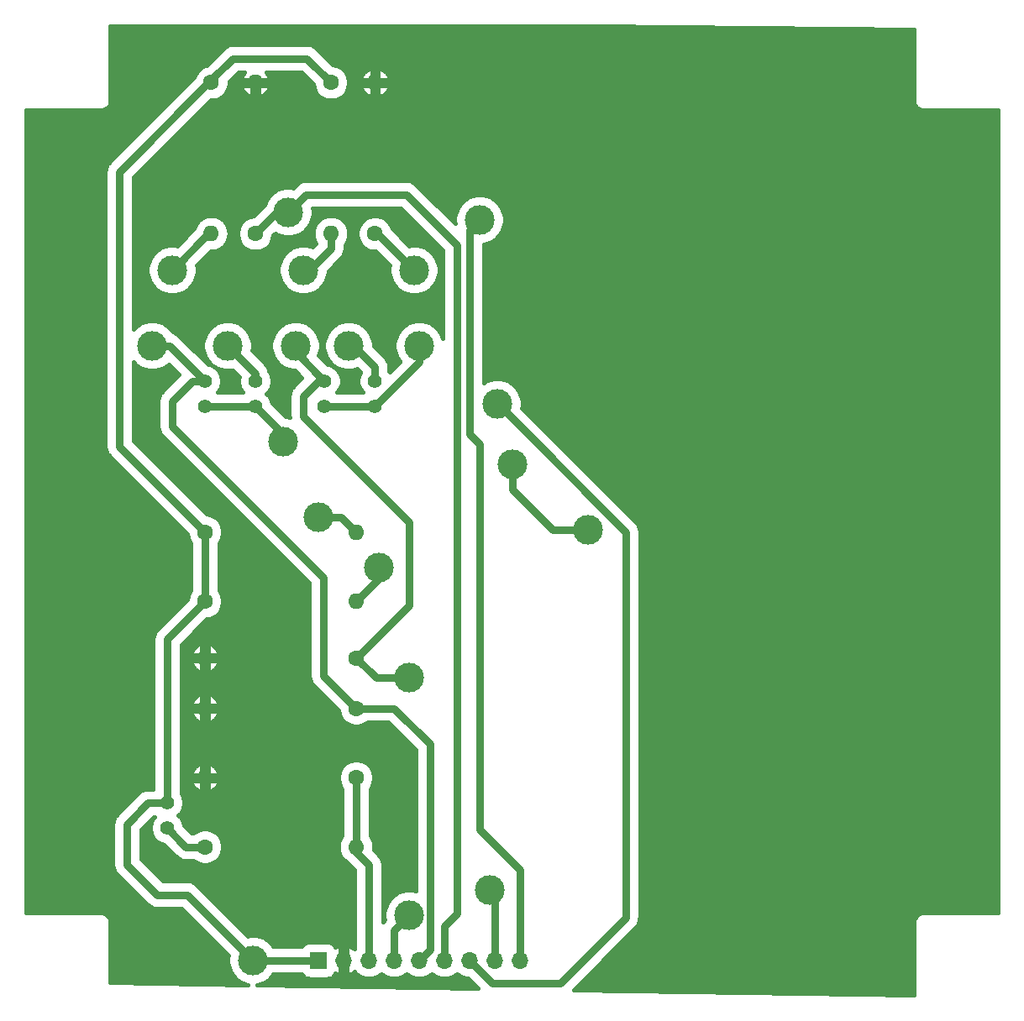
<source format=gbr>
G04 #@! TF.GenerationSoftware,KiCad,Pcbnew,5.1.4+dfsg1-1*
G04 #@! TF.CreationDate,2020-03-02T18:27:02+01:00*
G04 #@! TF.ProjectId,1_solar_bank,315f736f-6c61-4725-9f62-616e6b2e6b69,rev?*
G04 #@! TF.SameCoordinates,Original*
G04 #@! TF.FileFunction,Copper,L2,Bot*
G04 #@! TF.FilePolarity,Positive*
%FSLAX46Y46*%
G04 Gerber Fmt 4.6, Leading zero omitted, Abs format (unit mm)*
G04 Created by KiCad (PCBNEW 5.1.4+dfsg1-1) date 2020-03-02 18:27:02*
%MOMM*%
%LPD*%
G04 APERTURE LIST*
%ADD10C,1.400000*%
%ADD11C,1.600000*%
%ADD12O,1.600000X1.600000*%
%ADD13R,1.700000X1.700000*%
%ADD14O,1.700000X1.700000*%
%ADD15C,3.000000*%
%ADD16C,0.800000*%
%ADD17C,0.800000*%
%ADD18C,0.400000*%
G04 APERTURE END LIST*
D10*
X74930000Y-58420000D03*
X74930000Y-55880000D03*
D11*
X85090000Y-95885000D03*
D12*
X69850000Y-95885000D03*
X85090000Y-78105000D03*
D11*
X69850000Y-78105000D03*
X69850000Y-71120000D03*
D12*
X85090000Y-71120000D03*
D13*
X81280000Y-114300000D03*
D14*
X83820000Y-114300000D03*
X86360000Y-114300000D03*
X88900000Y-114300000D03*
X91440000Y-114300000D03*
X93980000Y-114300000D03*
X96520000Y-114300000D03*
X99060000Y-114300000D03*
X101600000Y-114300000D03*
D10*
X86995000Y-58420000D03*
X86995000Y-55880000D03*
X69850000Y-55880000D03*
X69850000Y-58420000D03*
X81915000Y-55880000D03*
X81915000Y-58420000D03*
X66040000Y-98425000D03*
X66040000Y-100965000D03*
D11*
X74930000Y-41021000D03*
D12*
X74930000Y-25781000D03*
X69850000Y-88900000D03*
D11*
X85090000Y-88900000D03*
D12*
X70485000Y-41021000D03*
D11*
X70485000Y-25781000D03*
X86995000Y-41021000D03*
D12*
X86995000Y-25781000D03*
D11*
X69850000Y-102870000D03*
D12*
X85090000Y-102870000D03*
X82550000Y-41021000D03*
D11*
X82550000Y-25781000D03*
D12*
X69850000Y-83820000D03*
D11*
X85090000Y-83820000D03*
D15*
X108458000Y-70866000D03*
X100838000Y-64262000D03*
X77724000Y-61976000D03*
X64516000Y-52324000D03*
X99314000Y-58166000D03*
X90424002Y-109728000D03*
X98552001Y-107187999D03*
X78994000Y-52324000D03*
X90447601Y-85828399D03*
X81280000Y-69596000D03*
X87376000Y-74676000D03*
X76708000Y-81280000D03*
X92456000Y-30480000D03*
X72644000Y-34036000D03*
X57404000Y-40132000D03*
X58420000Y-69596000D03*
X58420000Y-91948000D03*
X76708000Y-99568000D03*
X82296000Y-109728000D03*
X65024000Y-112776000D03*
X76708000Y-91948000D03*
X58420000Y-81280000D03*
X58420000Y-99568000D03*
X84836000Y-34036000D03*
X73152000Y-44704000D03*
X85344000Y-44704000D03*
X74676000Y-114300000D03*
X78232000Y-38862000D03*
X97536000Y-39624000D03*
D16*
X101600000Y-114300000D03*
D15*
X90932000Y-44704000D03*
X91440000Y-52324000D03*
X84328000Y-52324000D03*
X72136000Y-52324000D03*
X66548000Y-44704000D03*
X79756000Y-44704000D03*
D17*
X100838000Y-66802000D02*
X100838000Y-64262000D01*
X108458000Y-70866000D02*
X104902000Y-70866000D01*
X104902000Y-70866000D02*
X100838000Y-66802000D01*
X74930000Y-58420000D02*
X69850000Y-58420000D01*
X77724000Y-61214000D02*
X74930000Y-58420000D01*
X77724000Y-61976000D02*
X77724000Y-61214000D01*
X66294000Y-52324000D02*
X69850000Y-55880000D01*
X64516000Y-52324000D02*
X66294000Y-52324000D01*
X81788000Y-85598000D02*
X85090000Y-88900000D01*
X68580000Y-55880000D02*
X66548000Y-57912000D01*
X69850000Y-55880000D02*
X68580000Y-55880000D01*
X66548000Y-60452000D02*
X81788000Y-75692000D01*
X66548000Y-57912000D02*
X66548000Y-60452000D01*
X81788000Y-75692000D02*
X81788000Y-85598000D01*
X88900000Y-88900000D02*
X85090000Y-88900000D01*
X92524002Y-92524002D02*
X88900000Y-88900000D01*
X91440000Y-114300000D02*
X92524002Y-113215998D01*
X92524002Y-113215998D02*
X92524002Y-92524002D01*
X105664000Y-116586000D02*
X112268000Y-109982000D01*
X112268000Y-109982000D02*
X112268000Y-71120000D01*
X112268000Y-71120000D02*
X100813999Y-59665999D01*
X96520000Y-114300000D02*
X98806000Y-116586000D01*
X100813999Y-59665999D02*
X99314000Y-58166000D01*
X98806000Y-116586000D02*
X105664000Y-116586000D01*
X88900000Y-111252000D02*
X88900000Y-114300000D01*
X90424002Y-109728000D02*
X90424000Y-109728000D01*
X90424000Y-109728000D02*
X88900000Y-111252000D01*
X99060000Y-107695998D02*
X98552001Y-107187999D01*
X99060000Y-114300000D02*
X99060000Y-107695998D01*
X78994000Y-52324000D02*
X78994000Y-52959018D01*
X81915000Y-55880000D02*
X78994000Y-52959000D01*
X78994000Y-52959000D02*
X78994000Y-52324000D01*
X87098399Y-85828399D02*
X85090000Y-83820000D01*
X90447601Y-85828399D02*
X87098399Y-85828399D01*
X81280000Y-55880000D02*
X81915000Y-55880000D01*
X90424000Y-78486000D02*
X90424000Y-70104000D01*
X85090000Y-83820000D02*
X90424000Y-78486000D01*
X90424000Y-70104000D02*
X79756000Y-59436000D01*
X79756000Y-59436000D02*
X79756000Y-57404000D01*
X79756000Y-57404000D02*
X81280000Y-55880000D01*
X83566000Y-69596000D02*
X85090000Y-71120000D01*
X81280000Y-69596000D02*
X83566000Y-69596000D01*
X87376000Y-75819000D02*
X85090000Y-78105000D01*
X87376000Y-74676000D02*
X87376000Y-75819000D01*
X86360000Y-104648000D02*
X86360000Y-114300000D01*
X85090000Y-102870000D02*
X85090000Y-103378000D01*
X85090000Y-103378000D02*
X86360000Y-104648000D01*
X85090000Y-102870000D02*
X85090000Y-95885000D01*
X74676000Y-114300000D02*
X81280000Y-114300000D01*
X64135000Y-98425000D02*
X66040000Y-98425000D01*
X74676000Y-114300000D02*
X68072000Y-107696000D01*
X68072000Y-107696000D02*
X65024000Y-107696000D01*
X61976000Y-104648000D02*
X61976000Y-100584000D01*
X65024000Y-107696000D02*
X61976000Y-104648000D01*
X61976000Y-100584000D02*
X64135000Y-98425000D01*
X66040000Y-81915000D02*
X69850000Y-78105000D01*
X66040000Y-98425000D02*
X66040000Y-81915000D01*
X69850000Y-78105000D02*
X69850000Y-71120000D01*
X61214000Y-34798000D02*
X70231000Y-25781000D01*
X70231000Y-25781000D02*
X70485000Y-25781000D01*
X69850000Y-71120000D02*
X61214000Y-62484000D01*
X61214000Y-62484000D02*
X61214000Y-34798000D01*
X72644000Y-23368000D02*
X80137000Y-23368000D01*
X80137000Y-23368000D02*
X82550000Y-25781000D01*
X70485000Y-25781000D02*
X70485000Y-25527000D01*
X70485000Y-25527000D02*
X72644000Y-23368000D01*
X93980000Y-110871000D02*
X93980000Y-114300000D01*
X80010000Y-37084000D02*
X90170000Y-37084000D01*
X78232000Y-38862000D02*
X80010000Y-37084000D01*
X90170000Y-37084000D02*
X95250000Y-42164000D01*
X95250000Y-42164000D02*
X95250000Y-109601000D01*
X95250000Y-109601000D02*
X93980000Y-110871000D01*
X78232000Y-38862000D02*
X77089000Y-38862000D01*
X77089000Y-38862000D02*
X74930000Y-41021000D01*
X96520000Y-61217202D02*
X97536000Y-62233202D01*
X97536000Y-62233202D02*
X97536000Y-101092000D01*
X96520000Y-40640000D02*
X96520000Y-61217202D01*
X97536000Y-101092000D02*
X101600000Y-105156000D01*
X101600000Y-105156000D02*
X101600000Y-114300000D01*
X97536000Y-39624000D02*
X96520000Y-40640000D01*
X87249000Y-41021000D02*
X86995000Y-41021000D01*
X90932000Y-44704000D02*
X87249000Y-41021000D01*
X81915000Y-58420000D02*
X86995000Y-58420000D01*
X91440000Y-53975000D02*
X91440000Y-52324000D01*
X86995000Y-58420000D02*
X91440000Y-53975000D01*
X86995000Y-54483000D02*
X86995000Y-55880000D01*
X84328000Y-52324000D02*
X84836000Y-52324000D01*
X84836000Y-52324000D02*
X86995000Y-54483000D01*
X74930000Y-55118000D02*
X74930000Y-55880000D01*
X72136000Y-52324000D02*
X74930000Y-55118000D01*
X67945000Y-102870000D02*
X66040000Y-100965000D01*
X69850000Y-102870000D02*
X67945000Y-102870000D01*
X70231000Y-41021000D02*
X70485000Y-41021000D01*
X66548000Y-44704000D02*
X70231000Y-41021000D01*
X79756006Y-44704006D02*
X80264006Y-44704006D01*
X82550000Y-41021000D02*
X82550000Y-42545000D01*
X79756000Y-44704000D02*
X79756006Y-44704006D01*
X80391000Y-44704000D02*
X79756000Y-44704000D01*
X82550000Y-42545000D02*
X80391000Y-44704000D01*
D18*
G36*
X141275000Y-20424192D02*
G01*
X141275001Y-27499639D01*
X141270041Y-27550000D01*
X141289831Y-27750935D01*
X141348442Y-27944148D01*
X141443620Y-28122215D01*
X141571709Y-28278291D01*
X141727785Y-28406380D01*
X141905852Y-28501558D01*
X142099065Y-28560169D01*
X142249649Y-28575000D01*
X142249650Y-28575000D01*
X142300000Y-28579959D01*
X142350351Y-28575000D01*
X149750000Y-28575000D01*
X149750001Y-109525000D01*
X142350350Y-109525000D01*
X142300000Y-109520041D01*
X142249649Y-109525000D01*
X142099065Y-109539831D01*
X141905852Y-109598442D01*
X141727785Y-109693620D01*
X141571709Y-109821709D01*
X141443620Y-109977785D01*
X141348442Y-110155852D01*
X141289831Y-110349065D01*
X141270041Y-110550000D01*
X141275000Y-110600351D01*
X141275001Y-117773612D01*
X106977915Y-117251983D01*
X113209324Y-111020575D01*
X113262738Y-110976739D01*
X113306576Y-110923323D01*
X113306581Y-110923318D01*
X113371395Y-110844341D01*
X113437690Y-110763562D01*
X113567690Y-110520349D01*
X113631291Y-110310684D01*
X113647743Y-110256449D01*
X113664894Y-110082310D01*
X113668000Y-110050777D01*
X113668000Y-110050770D01*
X113674773Y-109982001D01*
X113668000Y-109913232D01*
X113668000Y-71188769D01*
X113674773Y-71120000D01*
X113668000Y-71051231D01*
X113668000Y-71051223D01*
X113647743Y-70845552D01*
X113623517Y-70765690D01*
X113567690Y-70581650D01*
X113522407Y-70496933D01*
X113437690Y-70338438D01*
X113262739Y-70125261D01*
X113209319Y-70081420D01*
X101852586Y-58724688D01*
X101852581Y-58724682D01*
X101768561Y-58640662D01*
X101814000Y-58412228D01*
X101814000Y-57919772D01*
X101717926Y-57436777D01*
X101529471Y-56981806D01*
X101255876Y-56572343D01*
X100907657Y-56224124D01*
X100498194Y-55950529D01*
X100043223Y-55762074D01*
X99560228Y-55666000D01*
X99067772Y-55666000D01*
X98584777Y-55762074D01*
X98129806Y-55950529D01*
X97920000Y-56090717D01*
X97920000Y-42096595D01*
X98265223Y-42027926D01*
X98720194Y-41839471D01*
X99129657Y-41565876D01*
X99477876Y-41217657D01*
X99751471Y-40808194D01*
X99939926Y-40353223D01*
X100036000Y-39870228D01*
X100036000Y-39377772D01*
X99939926Y-38894777D01*
X99751471Y-38439806D01*
X99477876Y-38030343D01*
X99129657Y-37682124D01*
X98720194Y-37408529D01*
X98265223Y-37220074D01*
X97782228Y-37124000D01*
X97289772Y-37124000D01*
X96806777Y-37220074D01*
X96351806Y-37408529D01*
X95942343Y-37682124D01*
X95594124Y-38030343D01*
X95320529Y-38439806D01*
X95132074Y-38894777D01*
X95036000Y-39377772D01*
X95036000Y-39870228D01*
X95060799Y-39994900D01*
X91208584Y-36142686D01*
X91164739Y-36089261D01*
X90951562Y-35914310D01*
X90708349Y-35784310D01*
X90444448Y-35704257D01*
X90238777Y-35684000D01*
X90238769Y-35684000D01*
X90170000Y-35677227D01*
X90101231Y-35684000D01*
X80078769Y-35684000D01*
X80010000Y-35677227D01*
X79941231Y-35684000D01*
X79941223Y-35684000D01*
X79735552Y-35704257D01*
X79471650Y-35784310D01*
X79455881Y-35792739D01*
X79228438Y-35914310D01*
X79015261Y-36089261D01*
X78971420Y-36142681D01*
X78706663Y-36407439D01*
X78478228Y-36362000D01*
X77985772Y-36362000D01*
X77502777Y-36458074D01*
X77047806Y-36646529D01*
X76638343Y-36920124D01*
X76290124Y-37268343D01*
X76016529Y-37677806D01*
X75828074Y-38132777D01*
X75825529Y-38145572D01*
X74749452Y-39221649D01*
X74404959Y-39290173D01*
X74077380Y-39425861D01*
X73782567Y-39622849D01*
X73531849Y-39873567D01*
X73334861Y-40168380D01*
X73199173Y-40495959D01*
X73130000Y-40843716D01*
X73130000Y-41198284D01*
X73199173Y-41546041D01*
X73334861Y-41873620D01*
X73531849Y-42168433D01*
X73782567Y-42419151D01*
X74077380Y-42616139D01*
X74404959Y-42751827D01*
X74752716Y-42821000D01*
X75107284Y-42821000D01*
X75455041Y-42751827D01*
X75782620Y-42616139D01*
X76077433Y-42419151D01*
X76328151Y-42168433D01*
X76525139Y-41873620D01*
X76660827Y-41546041D01*
X76729351Y-41201548D01*
X76931285Y-40999614D01*
X77047806Y-41077471D01*
X77502777Y-41265926D01*
X77985772Y-41362000D01*
X78478228Y-41362000D01*
X78961223Y-41265926D01*
X79416194Y-41077471D01*
X79825657Y-40803876D01*
X80173876Y-40455657D01*
X80447471Y-40046194D01*
X80635926Y-39591223D01*
X80732000Y-39108228D01*
X80732000Y-38615772D01*
X80705789Y-38484000D01*
X89590102Y-38484000D01*
X93850000Y-42743899D01*
X93850000Y-51625314D01*
X93843926Y-51594777D01*
X93655471Y-51139806D01*
X93381876Y-50730343D01*
X93033657Y-50382124D01*
X92624194Y-50108529D01*
X92169223Y-49920074D01*
X91686228Y-49824000D01*
X91193772Y-49824000D01*
X90710777Y-49920074D01*
X90255806Y-50108529D01*
X89846343Y-50382124D01*
X89498124Y-50730343D01*
X89224529Y-51139806D01*
X89036074Y-51594777D01*
X88940000Y-52077772D01*
X88940000Y-52570228D01*
X89036074Y-53053223D01*
X89224529Y-53508194D01*
X89498124Y-53917657D01*
X89507784Y-53927317D01*
X88444977Y-54990124D01*
X88395000Y-54915328D01*
X88395000Y-54551768D01*
X88401773Y-54482999D01*
X88395000Y-54414230D01*
X88395000Y-54414223D01*
X88374743Y-54208552D01*
X88294690Y-53944651D01*
X88164690Y-53701438D01*
X88100883Y-53623690D01*
X88033582Y-53541683D01*
X88033576Y-53541677D01*
X87989738Y-53488261D01*
X87936324Y-53444425D01*
X86828000Y-52336102D01*
X86828000Y-52077772D01*
X86731926Y-51594777D01*
X86543471Y-51139806D01*
X86269876Y-50730343D01*
X85921657Y-50382124D01*
X85512194Y-50108529D01*
X85057223Y-49920074D01*
X84574228Y-49824000D01*
X84081772Y-49824000D01*
X83598777Y-49920074D01*
X83143806Y-50108529D01*
X82734343Y-50382124D01*
X82386124Y-50730343D01*
X82112529Y-51139806D01*
X81924074Y-51594777D01*
X81828000Y-52077772D01*
X81828000Y-52570228D01*
X81924074Y-53053223D01*
X82112529Y-53508194D01*
X82386124Y-53917657D01*
X82734343Y-54265876D01*
X83143806Y-54539471D01*
X83598777Y-54727926D01*
X84081772Y-54824000D01*
X84574228Y-54824000D01*
X85057223Y-54727926D01*
X85200627Y-54668526D01*
X85535891Y-55003790D01*
X85488479Y-55074748D01*
X85360330Y-55384128D01*
X85295000Y-55712565D01*
X85295000Y-56047435D01*
X85360330Y-56375872D01*
X85488479Y-56685252D01*
X85674523Y-56963687D01*
X85730836Y-57020000D01*
X83179164Y-57020000D01*
X83235477Y-56963687D01*
X83421521Y-56685252D01*
X83549670Y-56375872D01*
X83615000Y-56047435D01*
X83615000Y-55712565D01*
X83549670Y-55384128D01*
X83421521Y-55074748D01*
X83235477Y-54796313D01*
X82998687Y-54559523D01*
X82720252Y-54373479D01*
X82410872Y-54245330D01*
X82222824Y-54207925D01*
X81301329Y-53286430D01*
X81397926Y-53053223D01*
X81494000Y-52570228D01*
X81494000Y-52077772D01*
X81397926Y-51594777D01*
X81209471Y-51139806D01*
X80935876Y-50730343D01*
X80587657Y-50382124D01*
X80178194Y-50108529D01*
X79723223Y-49920074D01*
X79240228Y-49824000D01*
X78747772Y-49824000D01*
X78264777Y-49920074D01*
X77809806Y-50108529D01*
X77400343Y-50382124D01*
X77052124Y-50730343D01*
X76778529Y-51139806D01*
X76590074Y-51594777D01*
X76494000Y-52077772D01*
X76494000Y-52570228D01*
X76590074Y-53053223D01*
X76778529Y-53508194D01*
X77052124Y-53917657D01*
X77400343Y-54265876D01*
X77809806Y-54539471D01*
X78264777Y-54727926D01*
X78747772Y-54824000D01*
X78879102Y-54824000D01*
X79617601Y-55562500D01*
X78814681Y-56365421D01*
X78761262Y-56409261D01*
X78717421Y-56462681D01*
X78717418Y-56462684D01*
X78688646Y-56497743D01*
X78586311Y-56622438D01*
X78456311Y-56865651D01*
X78376257Y-57129553D01*
X78349227Y-57404000D01*
X78356001Y-57472779D01*
X78356000Y-59367230D01*
X78349227Y-59436000D01*
X78356000Y-59504769D01*
X78356000Y-59504776D01*
X78360818Y-59553693D01*
X77970228Y-59476000D01*
X77965899Y-59476000D01*
X76602075Y-58112177D01*
X76564670Y-57924128D01*
X76436521Y-57614748D01*
X76250477Y-57336313D01*
X76064164Y-57150000D01*
X76250477Y-56963687D01*
X76436521Y-56685252D01*
X76564670Y-56375872D01*
X76630000Y-56047435D01*
X76630000Y-55712565D01*
X76564670Y-55384128D01*
X76436521Y-55074748D01*
X76314532Y-54892179D01*
X76309743Y-54843552D01*
X76295413Y-54796313D01*
X76229690Y-54579650D01*
X76141267Y-54414224D01*
X76099690Y-54336438D01*
X76028298Y-54249448D01*
X75968582Y-54176683D01*
X75968576Y-54176677D01*
X75924738Y-54123261D01*
X75871324Y-54079425D01*
X74590561Y-52798663D01*
X74636000Y-52570228D01*
X74636000Y-52077772D01*
X74539926Y-51594777D01*
X74351471Y-51139806D01*
X74077876Y-50730343D01*
X73729657Y-50382124D01*
X73320194Y-50108529D01*
X72865223Y-49920074D01*
X72382228Y-49824000D01*
X71889772Y-49824000D01*
X71406777Y-49920074D01*
X70951806Y-50108529D01*
X70542343Y-50382124D01*
X70194124Y-50730343D01*
X69920529Y-51139806D01*
X69732074Y-51594777D01*
X69636000Y-52077772D01*
X69636000Y-52570228D01*
X69732074Y-53053223D01*
X69920529Y-53508194D01*
X70194124Y-53917657D01*
X70542343Y-54265876D01*
X70951806Y-54539471D01*
X71406777Y-54727926D01*
X71889772Y-54824000D01*
X72382228Y-54824000D01*
X72610663Y-54778561D01*
X73282206Y-55450105D01*
X73230000Y-55712565D01*
X73230000Y-56047435D01*
X73295330Y-56375872D01*
X73423479Y-56685252D01*
X73609523Y-56963687D01*
X73665836Y-57020000D01*
X71114164Y-57020000D01*
X71170477Y-56963687D01*
X71356521Y-56685252D01*
X71484670Y-56375872D01*
X71550000Y-56047435D01*
X71550000Y-55712565D01*
X71484670Y-55384128D01*
X71356521Y-55074748D01*
X71170477Y-54796313D01*
X70933687Y-54559523D01*
X70655252Y-54373479D01*
X70345872Y-54245330D01*
X70157824Y-54207925D01*
X67332584Y-51382686D01*
X67288739Y-51329261D01*
X67075562Y-51154310D01*
X66832349Y-51024310D01*
X66609036Y-50956569D01*
X66457876Y-50730343D01*
X66109657Y-50382124D01*
X65700194Y-50108529D01*
X65245223Y-49920074D01*
X64762228Y-49824000D01*
X64269772Y-49824000D01*
X63786777Y-49920074D01*
X63331806Y-50108529D01*
X62922343Y-50382124D01*
X62614000Y-50690467D01*
X62614000Y-44457772D01*
X64048000Y-44457772D01*
X64048000Y-44950228D01*
X64144074Y-45433223D01*
X64332529Y-45888194D01*
X64606124Y-46297657D01*
X64954343Y-46645876D01*
X65363806Y-46919471D01*
X65818777Y-47107926D01*
X66301772Y-47204000D01*
X66794228Y-47204000D01*
X67277223Y-47107926D01*
X67732194Y-46919471D01*
X68141657Y-46645876D01*
X68489876Y-46297657D01*
X68763471Y-45888194D01*
X68951926Y-45433223D01*
X69048000Y-44950228D01*
X69048000Y-44457772D01*
X77256000Y-44457772D01*
X77256000Y-44950228D01*
X77352074Y-45433223D01*
X77540529Y-45888194D01*
X77814124Y-46297657D01*
X78162343Y-46645876D01*
X78571806Y-46919471D01*
X79026777Y-47107926D01*
X79509772Y-47204000D01*
X80002228Y-47204000D01*
X80485223Y-47107926D01*
X80940194Y-46919471D01*
X81349657Y-46645876D01*
X81697876Y-46297657D01*
X81971471Y-45888194D01*
X82159926Y-45433223D01*
X82256000Y-44950228D01*
X82256000Y-44818898D01*
X83491319Y-43583580D01*
X83544739Y-43539739D01*
X83719690Y-43326562D01*
X83849690Y-43083349D01*
X83929743Y-42819448D01*
X83950000Y-42613777D01*
X83950000Y-42613770D01*
X83956773Y-42545001D01*
X83950000Y-42476232D01*
X83950000Y-42152451D01*
X84053887Y-42025865D01*
X84221029Y-41713163D01*
X84323955Y-41373862D01*
X84358709Y-41021000D01*
X84341248Y-40843716D01*
X85195000Y-40843716D01*
X85195000Y-41198284D01*
X85264173Y-41546041D01*
X85399861Y-41873620D01*
X85596849Y-42168433D01*
X85847567Y-42419151D01*
X86142380Y-42616139D01*
X86469959Y-42751827D01*
X86817716Y-42821000D01*
X87069102Y-42821000D01*
X88477439Y-44229337D01*
X88432000Y-44457772D01*
X88432000Y-44950228D01*
X88528074Y-45433223D01*
X88716529Y-45888194D01*
X88990124Y-46297657D01*
X89338343Y-46645876D01*
X89747806Y-46919471D01*
X90202777Y-47107926D01*
X90685772Y-47204000D01*
X91178228Y-47204000D01*
X91661223Y-47107926D01*
X92116194Y-46919471D01*
X92525657Y-46645876D01*
X92873876Y-46297657D01*
X93147471Y-45888194D01*
X93335926Y-45433223D01*
X93432000Y-44950228D01*
X93432000Y-44457772D01*
X93335926Y-43974777D01*
X93147471Y-43519806D01*
X92873876Y-43110343D01*
X92525657Y-42762124D01*
X92116194Y-42488529D01*
X91661223Y-42300074D01*
X91178228Y-42204000D01*
X90685772Y-42204000D01*
X90457337Y-42249439D01*
X88731282Y-40523384D01*
X88725827Y-40495959D01*
X88590139Y-40168380D01*
X88393151Y-39873567D01*
X88142433Y-39622849D01*
X87847620Y-39425861D01*
X87520041Y-39290173D01*
X87172284Y-39221000D01*
X86817716Y-39221000D01*
X86469959Y-39290173D01*
X86142380Y-39425861D01*
X85847567Y-39622849D01*
X85596849Y-39873567D01*
X85399861Y-40168380D01*
X85264173Y-40495959D01*
X85195000Y-40843716D01*
X84341248Y-40843716D01*
X84323955Y-40668138D01*
X84221029Y-40328837D01*
X84053887Y-40016135D01*
X83828950Y-39742050D01*
X83554865Y-39517113D01*
X83242163Y-39349971D01*
X82902862Y-39247045D01*
X82638424Y-39221000D01*
X82461576Y-39221000D01*
X82197138Y-39247045D01*
X81857837Y-39349971D01*
X81545135Y-39517113D01*
X81271050Y-39742050D01*
X81046113Y-40016135D01*
X80878971Y-40328837D01*
X80776045Y-40668138D01*
X80741291Y-41021000D01*
X80776045Y-41373862D01*
X80878971Y-41713163D01*
X81046113Y-42025865D01*
X81065551Y-42049550D01*
X80718430Y-42396671D01*
X80485223Y-42300074D01*
X80002228Y-42204000D01*
X79509772Y-42204000D01*
X79026777Y-42300074D01*
X78571806Y-42488529D01*
X78162343Y-42762124D01*
X77814124Y-43110343D01*
X77540529Y-43519806D01*
X77352074Y-43974777D01*
X77256000Y-44457772D01*
X69048000Y-44457772D01*
X69002561Y-44229337D01*
X70410899Y-42821000D01*
X70573424Y-42821000D01*
X70837862Y-42794955D01*
X71177163Y-42692029D01*
X71489865Y-42524887D01*
X71763950Y-42299950D01*
X71988887Y-42025865D01*
X72156029Y-41713163D01*
X72258955Y-41373862D01*
X72293709Y-41021000D01*
X72258955Y-40668138D01*
X72156029Y-40328837D01*
X71988887Y-40016135D01*
X71763950Y-39742050D01*
X71489865Y-39517113D01*
X71177163Y-39349971D01*
X70837862Y-39247045D01*
X70573424Y-39221000D01*
X70396576Y-39221000D01*
X70132138Y-39247045D01*
X69792837Y-39349971D01*
X69480135Y-39517113D01*
X69206050Y-39742050D01*
X68981113Y-40016135D01*
X68813971Y-40328837D01*
X68757672Y-40514429D01*
X67022663Y-42249439D01*
X66794228Y-42204000D01*
X66301772Y-42204000D01*
X65818777Y-42300074D01*
X65363806Y-42488529D01*
X64954343Y-42762124D01*
X64606124Y-43110343D01*
X64332529Y-43519806D01*
X64144074Y-43974777D01*
X64048000Y-44457772D01*
X62614000Y-44457772D01*
X62614000Y-35377898D01*
X70410899Y-27581000D01*
X70662284Y-27581000D01*
X71010041Y-27511827D01*
X71337620Y-27376139D01*
X71632433Y-27179151D01*
X71883151Y-26928433D01*
X72080139Y-26633620D01*
X72214810Y-26308496D01*
X73517256Y-26308496D01*
X73647311Y-26573973D01*
X73826659Y-26808976D01*
X74048408Y-27004475D01*
X74304036Y-27152956D01*
X74402506Y-27193733D01*
X74630000Y-27077750D01*
X74630000Y-26081000D01*
X75230000Y-26081000D01*
X75230000Y-27077750D01*
X75457494Y-27193733D01*
X75555964Y-27152956D01*
X75811592Y-27004475D01*
X76033341Y-26808976D01*
X76212689Y-26573973D01*
X76342744Y-26308496D01*
X76230869Y-26081000D01*
X75230000Y-26081000D01*
X74630000Y-26081000D01*
X73629131Y-26081000D01*
X73517256Y-26308496D01*
X72214810Y-26308496D01*
X72215827Y-26306041D01*
X72285000Y-25958284D01*
X72285000Y-25706898D01*
X73223899Y-24768000D01*
X73815230Y-24768000D01*
X73647311Y-24988027D01*
X73517256Y-25253504D01*
X73629131Y-25481000D01*
X74630000Y-25481000D01*
X74630000Y-25461000D01*
X75230000Y-25461000D01*
X75230000Y-25481000D01*
X76230869Y-25481000D01*
X76342744Y-25253504D01*
X76212689Y-24988027D01*
X76044770Y-24768000D01*
X79557102Y-24768000D01*
X80750649Y-25961548D01*
X80819173Y-26306041D01*
X80954861Y-26633620D01*
X81151849Y-26928433D01*
X81402567Y-27179151D01*
X81697380Y-27376139D01*
X82024959Y-27511827D01*
X82372716Y-27581000D01*
X82727284Y-27581000D01*
X83075041Y-27511827D01*
X83402620Y-27376139D01*
X83697433Y-27179151D01*
X83948151Y-26928433D01*
X84145139Y-26633620D01*
X84279810Y-26308496D01*
X85582256Y-26308496D01*
X85712311Y-26573973D01*
X85891659Y-26808976D01*
X86113408Y-27004475D01*
X86369036Y-27152956D01*
X86467506Y-27193733D01*
X86695000Y-27077750D01*
X86695000Y-26081000D01*
X87295000Y-26081000D01*
X87295000Y-27077750D01*
X87522494Y-27193733D01*
X87620964Y-27152956D01*
X87876592Y-27004475D01*
X88098341Y-26808976D01*
X88277689Y-26573973D01*
X88407744Y-26308496D01*
X88295869Y-26081000D01*
X87295000Y-26081000D01*
X86695000Y-26081000D01*
X85694131Y-26081000D01*
X85582256Y-26308496D01*
X84279810Y-26308496D01*
X84280827Y-26306041D01*
X84350000Y-25958284D01*
X84350000Y-25603716D01*
X84280827Y-25255959D01*
X84279811Y-25253504D01*
X85582256Y-25253504D01*
X85694131Y-25481000D01*
X86695000Y-25481000D01*
X86695000Y-24484250D01*
X87295000Y-24484250D01*
X87295000Y-25481000D01*
X88295869Y-25481000D01*
X88407744Y-25253504D01*
X88277689Y-24988027D01*
X88098341Y-24753024D01*
X87876592Y-24557525D01*
X87620964Y-24409044D01*
X87522494Y-24368267D01*
X87295000Y-24484250D01*
X86695000Y-24484250D01*
X86467506Y-24368267D01*
X86369036Y-24409044D01*
X86113408Y-24557525D01*
X85891659Y-24753024D01*
X85712311Y-24988027D01*
X85582256Y-25253504D01*
X84279811Y-25253504D01*
X84145139Y-24928380D01*
X83948151Y-24633567D01*
X83697433Y-24382849D01*
X83402620Y-24185861D01*
X83075041Y-24050173D01*
X82730548Y-23981649D01*
X81175584Y-22426686D01*
X81131739Y-22373261D01*
X80918562Y-22198310D01*
X80675349Y-22068310D01*
X80411448Y-21988257D01*
X80205777Y-21968000D01*
X80205769Y-21968000D01*
X80137000Y-21961227D01*
X80068231Y-21968000D01*
X72712768Y-21968000D01*
X72643999Y-21961227D01*
X72575230Y-21968000D01*
X72575223Y-21968000D01*
X72369552Y-21988257D01*
X72105651Y-22068310D01*
X71862438Y-22198310D01*
X71649261Y-22373261D01*
X71605420Y-22426681D01*
X69987384Y-24044718D01*
X69959959Y-24050173D01*
X69632380Y-24185861D01*
X69337567Y-24382849D01*
X69086849Y-24633567D01*
X68889861Y-24928380D01*
X68754173Y-25255959D01*
X68748718Y-25283383D01*
X60272682Y-33759420D01*
X60219262Y-33803261D01*
X60175421Y-33856681D01*
X60175418Y-33856684D01*
X60120752Y-33923295D01*
X60044311Y-34016438D01*
X59914311Y-34259651D01*
X59834257Y-34523553D01*
X59807227Y-34798000D01*
X59814001Y-34866779D01*
X59814000Y-62415231D01*
X59807227Y-62484000D01*
X59814000Y-62552769D01*
X59814000Y-62552776D01*
X59834257Y-62758447D01*
X59914310Y-63022348D01*
X60044310Y-63265561D01*
X60118321Y-63355743D01*
X60157015Y-63402891D01*
X60219261Y-63478738D01*
X60272682Y-63522580D01*
X68050649Y-71300548D01*
X68119173Y-71645041D01*
X68254861Y-71972620D01*
X68450001Y-72264667D01*
X68450000Y-76960334D01*
X68254861Y-77252380D01*
X68119173Y-77579959D01*
X68050649Y-77924452D01*
X65098682Y-80876420D01*
X65045262Y-80920261D01*
X65001421Y-80973681D01*
X65001418Y-80973684D01*
X64946752Y-81040295D01*
X64870311Y-81133438D01*
X64740311Y-81376651D01*
X64660257Y-81640553D01*
X64633227Y-81915000D01*
X64640001Y-81983779D01*
X64640000Y-97025000D01*
X64203768Y-97025000D01*
X64134999Y-97018227D01*
X64066230Y-97025000D01*
X64066223Y-97025000D01*
X63860552Y-97045257D01*
X63596651Y-97125310D01*
X63353438Y-97255310D01*
X63140261Y-97430261D01*
X63096420Y-97483681D01*
X61034681Y-99545420D01*
X60981262Y-99589261D01*
X60937421Y-99642681D01*
X60937418Y-99642684D01*
X60935909Y-99644523D01*
X60806311Y-99802438D01*
X60737315Y-99931521D01*
X60676311Y-100045651D01*
X60596257Y-100309553D01*
X60569227Y-100584000D01*
X60576001Y-100652779D01*
X60576000Y-104579231D01*
X60569227Y-104648000D01*
X60576000Y-104716769D01*
X60576000Y-104716776D01*
X60596257Y-104922447D01*
X60676310Y-105186348D01*
X60806310Y-105429561D01*
X60981261Y-105642738D01*
X61034682Y-105686580D01*
X63985420Y-108637319D01*
X64029261Y-108690739D01*
X64242438Y-108865690D01*
X64485651Y-108995690D01*
X64749552Y-109075743D01*
X64955223Y-109096000D01*
X64955231Y-109096000D01*
X65024000Y-109102773D01*
X65092769Y-109096000D01*
X67492102Y-109096000D01*
X72221439Y-113825337D01*
X72176000Y-114053772D01*
X72176000Y-114546228D01*
X72272074Y-115029223D01*
X72460529Y-115484194D01*
X72734124Y-115893657D01*
X73082343Y-116241876D01*
X73491806Y-116515471D01*
X73946777Y-116703926D01*
X74195449Y-116753390D01*
X60325000Y-116542433D01*
X60325000Y-110600351D01*
X60329959Y-110550000D01*
X60310169Y-110349065D01*
X60251558Y-110155852D01*
X60156380Y-109977785D01*
X60028291Y-109821709D01*
X59872215Y-109693620D01*
X59694148Y-109598442D01*
X59500935Y-109539831D01*
X59350351Y-109525000D01*
X59300000Y-109520041D01*
X59249650Y-109525000D01*
X51850000Y-109525000D01*
X51850000Y-28575000D01*
X59249649Y-28575000D01*
X59300000Y-28579959D01*
X59350350Y-28575000D01*
X59350351Y-28575000D01*
X59500935Y-28560169D01*
X59694148Y-28501558D01*
X59872215Y-28406380D01*
X60028291Y-28278291D01*
X60156380Y-28122215D01*
X60251558Y-27944148D01*
X60310169Y-27750935D01*
X60329959Y-27550000D01*
X60325000Y-27499649D01*
X60325000Y-20100000D01*
X109220477Y-20100000D01*
X141275000Y-20424192D01*
X141275000Y-20424192D01*
G37*
X141275000Y-20424192D02*
X141275001Y-27499639D01*
X141270041Y-27550000D01*
X141289831Y-27750935D01*
X141348442Y-27944148D01*
X141443620Y-28122215D01*
X141571709Y-28278291D01*
X141727785Y-28406380D01*
X141905852Y-28501558D01*
X142099065Y-28560169D01*
X142249649Y-28575000D01*
X142249650Y-28575000D01*
X142300000Y-28579959D01*
X142350351Y-28575000D01*
X149750000Y-28575000D01*
X149750001Y-109525000D01*
X142350350Y-109525000D01*
X142300000Y-109520041D01*
X142249649Y-109525000D01*
X142099065Y-109539831D01*
X141905852Y-109598442D01*
X141727785Y-109693620D01*
X141571709Y-109821709D01*
X141443620Y-109977785D01*
X141348442Y-110155852D01*
X141289831Y-110349065D01*
X141270041Y-110550000D01*
X141275000Y-110600351D01*
X141275001Y-117773612D01*
X106977915Y-117251983D01*
X113209324Y-111020575D01*
X113262738Y-110976739D01*
X113306576Y-110923323D01*
X113306581Y-110923318D01*
X113371395Y-110844341D01*
X113437690Y-110763562D01*
X113567690Y-110520349D01*
X113631291Y-110310684D01*
X113647743Y-110256449D01*
X113664894Y-110082310D01*
X113668000Y-110050777D01*
X113668000Y-110050770D01*
X113674773Y-109982001D01*
X113668000Y-109913232D01*
X113668000Y-71188769D01*
X113674773Y-71120000D01*
X113668000Y-71051231D01*
X113668000Y-71051223D01*
X113647743Y-70845552D01*
X113623517Y-70765690D01*
X113567690Y-70581650D01*
X113522407Y-70496933D01*
X113437690Y-70338438D01*
X113262739Y-70125261D01*
X113209319Y-70081420D01*
X101852586Y-58724688D01*
X101852581Y-58724682D01*
X101768561Y-58640662D01*
X101814000Y-58412228D01*
X101814000Y-57919772D01*
X101717926Y-57436777D01*
X101529471Y-56981806D01*
X101255876Y-56572343D01*
X100907657Y-56224124D01*
X100498194Y-55950529D01*
X100043223Y-55762074D01*
X99560228Y-55666000D01*
X99067772Y-55666000D01*
X98584777Y-55762074D01*
X98129806Y-55950529D01*
X97920000Y-56090717D01*
X97920000Y-42096595D01*
X98265223Y-42027926D01*
X98720194Y-41839471D01*
X99129657Y-41565876D01*
X99477876Y-41217657D01*
X99751471Y-40808194D01*
X99939926Y-40353223D01*
X100036000Y-39870228D01*
X100036000Y-39377772D01*
X99939926Y-38894777D01*
X99751471Y-38439806D01*
X99477876Y-38030343D01*
X99129657Y-37682124D01*
X98720194Y-37408529D01*
X98265223Y-37220074D01*
X97782228Y-37124000D01*
X97289772Y-37124000D01*
X96806777Y-37220074D01*
X96351806Y-37408529D01*
X95942343Y-37682124D01*
X95594124Y-38030343D01*
X95320529Y-38439806D01*
X95132074Y-38894777D01*
X95036000Y-39377772D01*
X95036000Y-39870228D01*
X95060799Y-39994900D01*
X91208584Y-36142686D01*
X91164739Y-36089261D01*
X90951562Y-35914310D01*
X90708349Y-35784310D01*
X90444448Y-35704257D01*
X90238777Y-35684000D01*
X90238769Y-35684000D01*
X90170000Y-35677227D01*
X90101231Y-35684000D01*
X80078769Y-35684000D01*
X80010000Y-35677227D01*
X79941231Y-35684000D01*
X79941223Y-35684000D01*
X79735552Y-35704257D01*
X79471650Y-35784310D01*
X79455881Y-35792739D01*
X79228438Y-35914310D01*
X79015261Y-36089261D01*
X78971420Y-36142681D01*
X78706663Y-36407439D01*
X78478228Y-36362000D01*
X77985772Y-36362000D01*
X77502777Y-36458074D01*
X77047806Y-36646529D01*
X76638343Y-36920124D01*
X76290124Y-37268343D01*
X76016529Y-37677806D01*
X75828074Y-38132777D01*
X75825529Y-38145572D01*
X74749452Y-39221649D01*
X74404959Y-39290173D01*
X74077380Y-39425861D01*
X73782567Y-39622849D01*
X73531849Y-39873567D01*
X73334861Y-40168380D01*
X73199173Y-40495959D01*
X73130000Y-40843716D01*
X73130000Y-41198284D01*
X73199173Y-41546041D01*
X73334861Y-41873620D01*
X73531849Y-42168433D01*
X73782567Y-42419151D01*
X74077380Y-42616139D01*
X74404959Y-42751827D01*
X74752716Y-42821000D01*
X75107284Y-42821000D01*
X75455041Y-42751827D01*
X75782620Y-42616139D01*
X76077433Y-42419151D01*
X76328151Y-42168433D01*
X76525139Y-41873620D01*
X76660827Y-41546041D01*
X76729351Y-41201548D01*
X76931285Y-40999614D01*
X77047806Y-41077471D01*
X77502777Y-41265926D01*
X77985772Y-41362000D01*
X78478228Y-41362000D01*
X78961223Y-41265926D01*
X79416194Y-41077471D01*
X79825657Y-40803876D01*
X80173876Y-40455657D01*
X80447471Y-40046194D01*
X80635926Y-39591223D01*
X80732000Y-39108228D01*
X80732000Y-38615772D01*
X80705789Y-38484000D01*
X89590102Y-38484000D01*
X93850000Y-42743899D01*
X93850000Y-51625314D01*
X93843926Y-51594777D01*
X93655471Y-51139806D01*
X93381876Y-50730343D01*
X93033657Y-50382124D01*
X92624194Y-50108529D01*
X92169223Y-49920074D01*
X91686228Y-49824000D01*
X91193772Y-49824000D01*
X90710777Y-49920074D01*
X90255806Y-50108529D01*
X89846343Y-50382124D01*
X89498124Y-50730343D01*
X89224529Y-51139806D01*
X89036074Y-51594777D01*
X88940000Y-52077772D01*
X88940000Y-52570228D01*
X89036074Y-53053223D01*
X89224529Y-53508194D01*
X89498124Y-53917657D01*
X89507784Y-53927317D01*
X88444977Y-54990124D01*
X88395000Y-54915328D01*
X88395000Y-54551768D01*
X88401773Y-54482999D01*
X88395000Y-54414230D01*
X88395000Y-54414223D01*
X88374743Y-54208552D01*
X88294690Y-53944651D01*
X88164690Y-53701438D01*
X88100883Y-53623690D01*
X88033582Y-53541683D01*
X88033576Y-53541677D01*
X87989738Y-53488261D01*
X87936324Y-53444425D01*
X86828000Y-52336102D01*
X86828000Y-52077772D01*
X86731926Y-51594777D01*
X86543471Y-51139806D01*
X86269876Y-50730343D01*
X85921657Y-50382124D01*
X85512194Y-50108529D01*
X85057223Y-49920074D01*
X84574228Y-49824000D01*
X84081772Y-49824000D01*
X83598777Y-49920074D01*
X83143806Y-50108529D01*
X82734343Y-50382124D01*
X82386124Y-50730343D01*
X82112529Y-51139806D01*
X81924074Y-51594777D01*
X81828000Y-52077772D01*
X81828000Y-52570228D01*
X81924074Y-53053223D01*
X82112529Y-53508194D01*
X82386124Y-53917657D01*
X82734343Y-54265876D01*
X83143806Y-54539471D01*
X83598777Y-54727926D01*
X84081772Y-54824000D01*
X84574228Y-54824000D01*
X85057223Y-54727926D01*
X85200627Y-54668526D01*
X85535891Y-55003790D01*
X85488479Y-55074748D01*
X85360330Y-55384128D01*
X85295000Y-55712565D01*
X85295000Y-56047435D01*
X85360330Y-56375872D01*
X85488479Y-56685252D01*
X85674523Y-56963687D01*
X85730836Y-57020000D01*
X83179164Y-57020000D01*
X83235477Y-56963687D01*
X83421521Y-56685252D01*
X83549670Y-56375872D01*
X83615000Y-56047435D01*
X83615000Y-55712565D01*
X83549670Y-55384128D01*
X83421521Y-55074748D01*
X83235477Y-54796313D01*
X82998687Y-54559523D01*
X82720252Y-54373479D01*
X82410872Y-54245330D01*
X82222824Y-54207925D01*
X81301329Y-53286430D01*
X81397926Y-53053223D01*
X81494000Y-52570228D01*
X81494000Y-52077772D01*
X81397926Y-51594777D01*
X81209471Y-51139806D01*
X80935876Y-50730343D01*
X80587657Y-50382124D01*
X80178194Y-50108529D01*
X79723223Y-49920074D01*
X79240228Y-49824000D01*
X78747772Y-49824000D01*
X78264777Y-49920074D01*
X77809806Y-50108529D01*
X77400343Y-50382124D01*
X77052124Y-50730343D01*
X76778529Y-51139806D01*
X76590074Y-51594777D01*
X76494000Y-52077772D01*
X76494000Y-52570228D01*
X76590074Y-53053223D01*
X76778529Y-53508194D01*
X77052124Y-53917657D01*
X77400343Y-54265876D01*
X77809806Y-54539471D01*
X78264777Y-54727926D01*
X78747772Y-54824000D01*
X78879102Y-54824000D01*
X79617601Y-55562500D01*
X78814681Y-56365421D01*
X78761262Y-56409261D01*
X78717421Y-56462681D01*
X78717418Y-56462684D01*
X78688646Y-56497743D01*
X78586311Y-56622438D01*
X78456311Y-56865651D01*
X78376257Y-57129553D01*
X78349227Y-57404000D01*
X78356001Y-57472779D01*
X78356000Y-59367230D01*
X78349227Y-59436000D01*
X78356000Y-59504769D01*
X78356000Y-59504776D01*
X78360818Y-59553693D01*
X77970228Y-59476000D01*
X77965899Y-59476000D01*
X76602075Y-58112177D01*
X76564670Y-57924128D01*
X76436521Y-57614748D01*
X76250477Y-57336313D01*
X76064164Y-57150000D01*
X76250477Y-56963687D01*
X76436521Y-56685252D01*
X76564670Y-56375872D01*
X76630000Y-56047435D01*
X76630000Y-55712565D01*
X76564670Y-55384128D01*
X76436521Y-55074748D01*
X76314532Y-54892179D01*
X76309743Y-54843552D01*
X76295413Y-54796313D01*
X76229690Y-54579650D01*
X76141267Y-54414224D01*
X76099690Y-54336438D01*
X76028298Y-54249448D01*
X75968582Y-54176683D01*
X75968576Y-54176677D01*
X75924738Y-54123261D01*
X75871324Y-54079425D01*
X74590561Y-52798663D01*
X74636000Y-52570228D01*
X74636000Y-52077772D01*
X74539926Y-51594777D01*
X74351471Y-51139806D01*
X74077876Y-50730343D01*
X73729657Y-50382124D01*
X73320194Y-50108529D01*
X72865223Y-49920074D01*
X72382228Y-49824000D01*
X71889772Y-49824000D01*
X71406777Y-49920074D01*
X70951806Y-50108529D01*
X70542343Y-50382124D01*
X70194124Y-50730343D01*
X69920529Y-51139806D01*
X69732074Y-51594777D01*
X69636000Y-52077772D01*
X69636000Y-52570228D01*
X69732074Y-53053223D01*
X69920529Y-53508194D01*
X70194124Y-53917657D01*
X70542343Y-54265876D01*
X70951806Y-54539471D01*
X71406777Y-54727926D01*
X71889772Y-54824000D01*
X72382228Y-54824000D01*
X72610663Y-54778561D01*
X73282206Y-55450105D01*
X73230000Y-55712565D01*
X73230000Y-56047435D01*
X73295330Y-56375872D01*
X73423479Y-56685252D01*
X73609523Y-56963687D01*
X73665836Y-57020000D01*
X71114164Y-57020000D01*
X71170477Y-56963687D01*
X71356521Y-56685252D01*
X71484670Y-56375872D01*
X71550000Y-56047435D01*
X71550000Y-55712565D01*
X71484670Y-55384128D01*
X71356521Y-55074748D01*
X71170477Y-54796313D01*
X70933687Y-54559523D01*
X70655252Y-54373479D01*
X70345872Y-54245330D01*
X70157824Y-54207925D01*
X67332584Y-51382686D01*
X67288739Y-51329261D01*
X67075562Y-51154310D01*
X66832349Y-51024310D01*
X66609036Y-50956569D01*
X66457876Y-50730343D01*
X66109657Y-50382124D01*
X65700194Y-50108529D01*
X65245223Y-49920074D01*
X64762228Y-49824000D01*
X64269772Y-49824000D01*
X63786777Y-49920074D01*
X63331806Y-50108529D01*
X62922343Y-50382124D01*
X62614000Y-50690467D01*
X62614000Y-44457772D01*
X64048000Y-44457772D01*
X64048000Y-44950228D01*
X64144074Y-45433223D01*
X64332529Y-45888194D01*
X64606124Y-46297657D01*
X64954343Y-46645876D01*
X65363806Y-46919471D01*
X65818777Y-47107926D01*
X66301772Y-47204000D01*
X66794228Y-47204000D01*
X67277223Y-47107926D01*
X67732194Y-46919471D01*
X68141657Y-46645876D01*
X68489876Y-46297657D01*
X68763471Y-45888194D01*
X68951926Y-45433223D01*
X69048000Y-44950228D01*
X69048000Y-44457772D01*
X77256000Y-44457772D01*
X77256000Y-44950228D01*
X77352074Y-45433223D01*
X77540529Y-45888194D01*
X77814124Y-46297657D01*
X78162343Y-46645876D01*
X78571806Y-46919471D01*
X79026777Y-47107926D01*
X79509772Y-47204000D01*
X80002228Y-47204000D01*
X80485223Y-47107926D01*
X80940194Y-46919471D01*
X81349657Y-46645876D01*
X81697876Y-46297657D01*
X81971471Y-45888194D01*
X82159926Y-45433223D01*
X82256000Y-44950228D01*
X82256000Y-44818898D01*
X83491319Y-43583580D01*
X83544739Y-43539739D01*
X83719690Y-43326562D01*
X83849690Y-43083349D01*
X83929743Y-42819448D01*
X83950000Y-42613777D01*
X83950000Y-42613770D01*
X83956773Y-42545001D01*
X83950000Y-42476232D01*
X83950000Y-42152451D01*
X84053887Y-42025865D01*
X84221029Y-41713163D01*
X84323955Y-41373862D01*
X84358709Y-41021000D01*
X84341248Y-40843716D01*
X85195000Y-40843716D01*
X85195000Y-41198284D01*
X85264173Y-41546041D01*
X85399861Y-41873620D01*
X85596849Y-42168433D01*
X85847567Y-42419151D01*
X86142380Y-42616139D01*
X86469959Y-42751827D01*
X86817716Y-42821000D01*
X87069102Y-42821000D01*
X88477439Y-44229337D01*
X88432000Y-44457772D01*
X88432000Y-44950228D01*
X88528074Y-45433223D01*
X88716529Y-45888194D01*
X88990124Y-46297657D01*
X89338343Y-46645876D01*
X89747806Y-46919471D01*
X90202777Y-47107926D01*
X90685772Y-47204000D01*
X91178228Y-47204000D01*
X91661223Y-47107926D01*
X92116194Y-46919471D01*
X92525657Y-46645876D01*
X92873876Y-46297657D01*
X93147471Y-45888194D01*
X93335926Y-45433223D01*
X93432000Y-44950228D01*
X93432000Y-44457772D01*
X93335926Y-43974777D01*
X93147471Y-43519806D01*
X92873876Y-43110343D01*
X92525657Y-42762124D01*
X92116194Y-42488529D01*
X91661223Y-42300074D01*
X91178228Y-42204000D01*
X90685772Y-42204000D01*
X90457337Y-42249439D01*
X88731282Y-40523384D01*
X88725827Y-40495959D01*
X88590139Y-40168380D01*
X88393151Y-39873567D01*
X88142433Y-39622849D01*
X87847620Y-39425861D01*
X87520041Y-39290173D01*
X87172284Y-39221000D01*
X86817716Y-39221000D01*
X86469959Y-39290173D01*
X86142380Y-39425861D01*
X85847567Y-39622849D01*
X85596849Y-39873567D01*
X85399861Y-40168380D01*
X85264173Y-40495959D01*
X85195000Y-40843716D01*
X84341248Y-40843716D01*
X84323955Y-40668138D01*
X84221029Y-40328837D01*
X84053887Y-40016135D01*
X83828950Y-39742050D01*
X83554865Y-39517113D01*
X83242163Y-39349971D01*
X82902862Y-39247045D01*
X82638424Y-39221000D01*
X82461576Y-39221000D01*
X82197138Y-39247045D01*
X81857837Y-39349971D01*
X81545135Y-39517113D01*
X81271050Y-39742050D01*
X81046113Y-40016135D01*
X80878971Y-40328837D01*
X80776045Y-40668138D01*
X80741291Y-41021000D01*
X80776045Y-41373862D01*
X80878971Y-41713163D01*
X81046113Y-42025865D01*
X81065551Y-42049550D01*
X80718430Y-42396671D01*
X80485223Y-42300074D01*
X80002228Y-42204000D01*
X79509772Y-42204000D01*
X79026777Y-42300074D01*
X78571806Y-42488529D01*
X78162343Y-42762124D01*
X77814124Y-43110343D01*
X77540529Y-43519806D01*
X77352074Y-43974777D01*
X77256000Y-44457772D01*
X69048000Y-44457772D01*
X69002561Y-44229337D01*
X70410899Y-42821000D01*
X70573424Y-42821000D01*
X70837862Y-42794955D01*
X71177163Y-42692029D01*
X71489865Y-42524887D01*
X71763950Y-42299950D01*
X71988887Y-42025865D01*
X72156029Y-41713163D01*
X72258955Y-41373862D01*
X72293709Y-41021000D01*
X72258955Y-40668138D01*
X72156029Y-40328837D01*
X71988887Y-40016135D01*
X71763950Y-39742050D01*
X71489865Y-39517113D01*
X71177163Y-39349971D01*
X70837862Y-39247045D01*
X70573424Y-39221000D01*
X70396576Y-39221000D01*
X70132138Y-39247045D01*
X69792837Y-39349971D01*
X69480135Y-39517113D01*
X69206050Y-39742050D01*
X68981113Y-40016135D01*
X68813971Y-40328837D01*
X68757672Y-40514429D01*
X67022663Y-42249439D01*
X66794228Y-42204000D01*
X66301772Y-42204000D01*
X65818777Y-42300074D01*
X65363806Y-42488529D01*
X64954343Y-42762124D01*
X64606124Y-43110343D01*
X64332529Y-43519806D01*
X64144074Y-43974777D01*
X64048000Y-44457772D01*
X62614000Y-44457772D01*
X62614000Y-35377898D01*
X70410899Y-27581000D01*
X70662284Y-27581000D01*
X71010041Y-27511827D01*
X71337620Y-27376139D01*
X71632433Y-27179151D01*
X71883151Y-26928433D01*
X72080139Y-26633620D01*
X72214810Y-26308496D01*
X73517256Y-26308496D01*
X73647311Y-26573973D01*
X73826659Y-26808976D01*
X74048408Y-27004475D01*
X74304036Y-27152956D01*
X74402506Y-27193733D01*
X74630000Y-27077750D01*
X74630000Y-26081000D01*
X75230000Y-26081000D01*
X75230000Y-27077750D01*
X75457494Y-27193733D01*
X75555964Y-27152956D01*
X75811592Y-27004475D01*
X76033341Y-26808976D01*
X76212689Y-26573973D01*
X76342744Y-26308496D01*
X76230869Y-26081000D01*
X75230000Y-26081000D01*
X74630000Y-26081000D01*
X73629131Y-26081000D01*
X73517256Y-26308496D01*
X72214810Y-26308496D01*
X72215827Y-26306041D01*
X72285000Y-25958284D01*
X72285000Y-25706898D01*
X73223899Y-24768000D01*
X73815230Y-24768000D01*
X73647311Y-24988027D01*
X73517256Y-25253504D01*
X73629131Y-25481000D01*
X74630000Y-25481000D01*
X74630000Y-25461000D01*
X75230000Y-25461000D01*
X75230000Y-25481000D01*
X76230869Y-25481000D01*
X76342744Y-25253504D01*
X76212689Y-24988027D01*
X76044770Y-24768000D01*
X79557102Y-24768000D01*
X80750649Y-25961548D01*
X80819173Y-26306041D01*
X80954861Y-26633620D01*
X81151849Y-26928433D01*
X81402567Y-27179151D01*
X81697380Y-27376139D01*
X82024959Y-27511827D01*
X82372716Y-27581000D01*
X82727284Y-27581000D01*
X83075041Y-27511827D01*
X83402620Y-27376139D01*
X83697433Y-27179151D01*
X83948151Y-26928433D01*
X84145139Y-26633620D01*
X84279810Y-26308496D01*
X85582256Y-26308496D01*
X85712311Y-26573973D01*
X85891659Y-26808976D01*
X86113408Y-27004475D01*
X86369036Y-27152956D01*
X86467506Y-27193733D01*
X86695000Y-27077750D01*
X86695000Y-26081000D01*
X87295000Y-26081000D01*
X87295000Y-27077750D01*
X87522494Y-27193733D01*
X87620964Y-27152956D01*
X87876592Y-27004475D01*
X88098341Y-26808976D01*
X88277689Y-26573973D01*
X88407744Y-26308496D01*
X88295869Y-26081000D01*
X87295000Y-26081000D01*
X86695000Y-26081000D01*
X85694131Y-26081000D01*
X85582256Y-26308496D01*
X84279810Y-26308496D01*
X84280827Y-26306041D01*
X84350000Y-25958284D01*
X84350000Y-25603716D01*
X84280827Y-25255959D01*
X84279811Y-25253504D01*
X85582256Y-25253504D01*
X85694131Y-25481000D01*
X86695000Y-25481000D01*
X86695000Y-24484250D01*
X87295000Y-24484250D01*
X87295000Y-25481000D01*
X88295869Y-25481000D01*
X88407744Y-25253504D01*
X88277689Y-24988027D01*
X88098341Y-24753024D01*
X87876592Y-24557525D01*
X87620964Y-24409044D01*
X87522494Y-24368267D01*
X87295000Y-24484250D01*
X86695000Y-24484250D01*
X86467506Y-24368267D01*
X86369036Y-24409044D01*
X86113408Y-24557525D01*
X85891659Y-24753024D01*
X85712311Y-24988027D01*
X85582256Y-25253504D01*
X84279811Y-25253504D01*
X84145139Y-24928380D01*
X83948151Y-24633567D01*
X83697433Y-24382849D01*
X83402620Y-24185861D01*
X83075041Y-24050173D01*
X82730548Y-23981649D01*
X81175584Y-22426686D01*
X81131739Y-22373261D01*
X80918562Y-22198310D01*
X80675349Y-22068310D01*
X80411448Y-21988257D01*
X80205777Y-21968000D01*
X80205769Y-21968000D01*
X80137000Y-21961227D01*
X80068231Y-21968000D01*
X72712768Y-21968000D01*
X72643999Y-21961227D01*
X72575230Y-21968000D01*
X72575223Y-21968000D01*
X72369552Y-21988257D01*
X72105651Y-22068310D01*
X71862438Y-22198310D01*
X71649261Y-22373261D01*
X71605420Y-22426681D01*
X69987384Y-24044718D01*
X69959959Y-24050173D01*
X69632380Y-24185861D01*
X69337567Y-24382849D01*
X69086849Y-24633567D01*
X68889861Y-24928380D01*
X68754173Y-25255959D01*
X68748718Y-25283383D01*
X60272682Y-33759420D01*
X60219262Y-33803261D01*
X60175421Y-33856681D01*
X60175418Y-33856684D01*
X60120752Y-33923295D01*
X60044311Y-34016438D01*
X59914311Y-34259651D01*
X59834257Y-34523553D01*
X59807227Y-34798000D01*
X59814001Y-34866779D01*
X59814000Y-62415231D01*
X59807227Y-62484000D01*
X59814000Y-62552769D01*
X59814000Y-62552776D01*
X59834257Y-62758447D01*
X59914310Y-63022348D01*
X60044310Y-63265561D01*
X60118321Y-63355743D01*
X60157015Y-63402891D01*
X60219261Y-63478738D01*
X60272682Y-63522580D01*
X68050649Y-71300548D01*
X68119173Y-71645041D01*
X68254861Y-71972620D01*
X68450001Y-72264667D01*
X68450000Y-76960334D01*
X68254861Y-77252380D01*
X68119173Y-77579959D01*
X68050649Y-77924452D01*
X65098682Y-80876420D01*
X65045262Y-80920261D01*
X65001421Y-80973681D01*
X65001418Y-80973684D01*
X64946752Y-81040295D01*
X64870311Y-81133438D01*
X64740311Y-81376651D01*
X64660257Y-81640553D01*
X64633227Y-81915000D01*
X64640001Y-81983779D01*
X64640000Y-97025000D01*
X64203768Y-97025000D01*
X64134999Y-97018227D01*
X64066230Y-97025000D01*
X64066223Y-97025000D01*
X63860552Y-97045257D01*
X63596651Y-97125310D01*
X63353438Y-97255310D01*
X63140261Y-97430261D01*
X63096420Y-97483681D01*
X61034681Y-99545420D01*
X60981262Y-99589261D01*
X60937421Y-99642681D01*
X60937418Y-99642684D01*
X60935909Y-99644523D01*
X60806311Y-99802438D01*
X60737315Y-99931521D01*
X60676311Y-100045651D01*
X60596257Y-100309553D01*
X60569227Y-100584000D01*
X60576001Y-100652779D01*
X60576000Y-104579231D01*
X60569227Y-104648000D01*
X60576000Y-104716769D01*
X60576000Y-104716776D01*
X60596257Y-104922447D01*
X60676310Y-105186348D01*
X60806310Y-105429561D01*
X60981261Y-105642738D01*
X61034682Y-105686580D01*
X63985420Y-108637319D01*
X64029261Y-108690739D01*
X64242438Y-108865690D01*
X64485651Y-108995690D01*
X64749552Y-109075743D01*
X64955223Y-109096000D01*
X64955231Y-109096000D01*
X65024000Y-109102773D01*
X65092769Y-109096000D01*
X67492102Y-109096000D01*
X72221439Y-113825337D01*
X72176000Y-114053772D01*
X72176000Y-114546228D01*
X72272074Y-115029223D01*
X72460529Y-115484194D01*
X72734124Y-115893657D01*
X73082343Y-116241876D01*
X73491806Y-116515471D01*
X73946777Y-116703926D01*
X74195449Y-116753390D01*
X60325000Y-116542433D01*
X60325000Y-110600351D01*
X60329959Y-110550000D01*
X60310169Y-110349065D01*
X60251558Y-110155852D01*
X60156380Y-109977785D01*
X60028291Y-109821709D01*
X59872215Y-109693620D01*
X59694148Y-109598442D01*
X59500935Y-109539831D01*
X59350351Y-109525000D01*
X59300000Y-109520041D01*
X59249650Y-109525000D01*
X51850000Y-109525000D01*
X51850000Y-28575000D01*
X59249649Y-28575000D01*
X59300000Y-28579959D01*
X59350350Y-28575000D01*
X59350351Y-28575000D01*
X59500935Y-28560169D01*
X59694148Y-28501558D01*
X59872215Y-28406380D01*
X60028291Y-28278291D01*
X60156380Y-28122215D01*
X60251558Y-27944148D01*
X60310169Y-27750935D01*
X60329959Y-27550000D01*
X60325000Y-27499649D01*
X60325000Y-20100000D01*
X109220477Y-20100000D01*
X141275000Y-20424192D01*
G36*
X62922343Y-54265876D02*
G01*
X63331806Y-54539471D01*
X63786777Y-54727926D01*
X64269772Y-54824000D01*
X64762228Y-54824000D01*
X65245223Y-54727926D01*
X65700194Y-54539471D01*
X66109657Y-54265876D01*
X66182817Y-54192716D01*
X67235101Y-55245000D01*
X65606682Y-56873420D01*
X65553261Y-56917262D01*
X65509420Y-56970682D01*
X65509418Y-56970684D01*
X65488387Y-56996311D01*
X65378310Y-57130439D01*
X65248310Y-57373652D01*
X65168257Y-57637553D01*
X65148000Y-57843224D01*
X65148000Y-57843231D01*
X65141227Y-57912000D01*
X65148000Y-57980770D01*
X65148001Y-60383221D01*
X65141227Y-60452000D01*
X65168257Y-60726447D01*
X65240830Y-60965688D01*
X65248311Y-60990349D01*
X65378311Y-61233562D01*
X65454752Y-61326705D01*
X65509418Y-61393316D01*
X65509421Y-61393319D01*
X65553262Y-61446739D01*
X65606682Y-61490580D01*
X80388000Y-76271899D01*
X80388001Y-85529221D01*
X80381227Y-85598000D01*
X80408257Y-85872447D01*
X80469588Y-86074627D01*
X80488311Y-86136349D01*
X80618311Y-86379562D01*
X80694752Y-86472705D01*
X80749418Y-86539316D01*
X80749421Y-86539319D01*
X80793262Y-86592739D01*
X80846682Y-86636580D01*
X83290649Y-89080548D01*
X83359173Y-89425041D01*
X83494861Y-89752620D01*
X83691849Y-90047433D01*
X83942567Y-90298151D01*
X84237380Y-90495139D01*
X84564959Y-90630827D01*
X84912716Y-90700000D01*
X85267284Y-90700000D01*
X85615041Y-90630827D01*
X85942620Y-90495139D01*
X86234666Y-90300000D01*
X88320102Y-90300000D01*
X91124003Y-93103902D01*
X91124002Y-107318261D01*
X90670230Y-107228000D01*
X90177774Y-107228000D01*
X89694779Y-107324074D01*
X89239808Y-107512529D01*
X88830345Y-107786124D01*
X88482126Y-108134343D01*
X88208531Y-108543806D01*
X88020076Y-108998777D01*
X87924002Y-109481772D01*
X87924002Y-109974228D01*
X87969440Y-110202662D01*
X87958682Y-110213420D01*
X87905261Y-110257262D01*
X87861420Y-110310682D01*
X87861418Y-110310684D01*
X87829920Y-110349065D01*
X87760000Y-110434262D01*
X87760000Y-104716768D01*
X87766773Y-104647999D01*
X87760000Y-104579230D01*
X87760000Y-104579223D01*
X87739743Y-104373552D01*
X87739497Y-104372739D01*
X87691551Y-104214683D01*
X87659690Y-104109651D01*
X87529690Y-103866438D01*
X87468907Y-103792374D01*
X87398582Y-103706683D01*
X87398576Y-103706677D01*
X87354738Y-103653261D01*
X87301323Y-103609425D01*
X86868510Y-103176612D01*
X86898709Y-102870000D01*
X86863955Y-102517138D01*
X86761029Y-102177837D01*
X86593887Y-101865135D01*
X86490000Y-101738549D01*
X86490000Y-97029666D01*
X86685139Y-96737620D01*
X86820827Y-96410041D01*
X86890000Y-96062284D01*
X86890000Y-95707716D01*
X86820827Y-95359959D01*
X86685139Y-95032380D01*
X86488151Y-94737567D01*
X86237433Y-94486849D01*
X85942620Y-94289861D01*
X85615041Y-94154173D01*
X85267284Y-94085000D01*
X84912716Y-94085000D01*
X84564959Y-94154173D01*
X84237380Y-94289861D01*
X83942567Y-94486849D01*
X83691849Y-94737567D01*
X83494861Y-95032380D01*
X83359173Y-95359959D01*
X83290000Y-95707716D01*
X83290000Y-96062284D01*
X83359173Y-96410041D01*
X83494861Y-96737620D01*
X83690001Y-97029667D01*
X83690000Y-101738549D01*
X83586113Y-101865135D01*
X83418971Y-102177837D01*
X83316045Y-102517138D01*
X83281291Y-102870000D01*
X83316045Y-103222862D01*
X83418971Y-103562163D01*
X83586113Y-103874865D01*
X83811050Y-104148950D01*
X84085135Y-104373887D01*
X84118188Y-104391554D01*
X84148681Y-104416579D01*
X84960000Y-105227899D01*
X84960001Y-113089732D01*
X84889176Y-113176032D01*
X84739033Y-113041915D01*
X84475934Y-112886794D01*
X84355470Y-112836909D01*
X84120000Y-112951979D01*
X84120000Y-114000000D01*
X84140000Y-114000000D01*
X84140000Y-114600000D01*
X84120000Y-114600000D01*
X84120000Y-115648021D01*
X84355470Y-115763091D01*
X84475934Y-115713206D01*
X84739033Y-115558085D01*
X84889176Y-115423968D01*
X85045523Y-115614477D01*
X85327222Y-115845661D01*
X85648610Y-116017447D01*
X85997337Y-116123232D01*
X86269118Y-116150000D01*
X86450882Y-116150000D01*
X86722663Y-116123232D01*
X87071390Y-116017447D01*
X87392778Y-115845661D01*
X87630000Y-115650978D01*
X87867222Y-115845661D01*
X88188610Y-116017447D01*
X88537337Y-116123232D01*
X88809118Y-116150000D01*
X88990882Y-116150000D01*
X89262663Y-116123232D01*
X89611390Y-116017447D01*
X89932778Y-115845661D01*
X90170000Y-115650978D01*
X90407222Y-115845661D01*
X90728610Y-116017447D01*
X91077337Y-116123232D01*
X91349118Y-116150000D01*
X91530882Y-116150000D01*
X91802663Y-116123232D01*
X92151390Y-116017447D01*
X92472778Y-115845661D01*
X92710000Y-115650978D01*
X92947222Y-115845661D01*
X93268610Y-116017447D01*
X93617337Y-116123232D01*
X93889118Y-116150000D01*
X94070882Y-116150000D01*
X94342663Y-116123232D01*
X94691390Y-116017447D01*
X95012778Y-115845661D01*
X95250000Y-115650978D01*
X95487222Y-115845661D01*
X95808610Y-116017447D01*
X96157337Y-116123232D01*
X96385839Y-116145737D01*
X97345585Y-117105484D01*
X75088284Y-116766969D01*
X75405223Y-116703926D01*
X75860194Y-116515471D01*
X76269657Y-116241876D01*
X76617876Y-115893657D01*
X76747274Y-115700000D01*
X79590094Y-115700000D01*
X79594508Y-115708258D01*
X79719472Y-115860528D01*
X79871742Y-115985492D01*
X80045465Y-116078349D01*
X80233966Y-116135530D01*
X80430000Y-116154838D01*
X82130000Y-116154838D01*
X82326034Y-116135530D01*
X82514535Y-116078349D01*
X82688258Y-115985492D01*
X82840528Y-115860528D01*
X82965492Y-115708258D01*
X83011065Y-115622998D01*
X83164066Y-115713206D01*
X83284530Y-115763091D01*
X83520000Y-115648021D01*
X83520000Y-114600000D01*
X83500000Y-114600000D01*
X83500000Y-114000000D01*
X83520000Y-114000000D01*
X83520000Y-112951979D01*
X83284530Y-112836909D01*
X83164066Y-112886794D01*
X83011065Y-112977002D01*
X82965492Y-112891742D01*
X82840528Y-112739472D01*
X82688258Y-112614508D01*
X82514535Y-112521651D01*
X82326034Y-112464470D01*
X82130000Y-112445162D01*
X80430000Y-112445162D01*
X80233966Y-112464470D01*
X80045465Y-112521651D01*
X79871742Y-112614508D01*
X79719472Y-112739472D01*
X79594508Y-112891742D01*
X79590094Y-112900000D01*
X76747274Y-112900000D01*
X76617876Y-112706343D01*
X76269657Y-112358124D01*
X75860194Y-112084529D01*
X75405223Y-111896074D01*
X74922228Y-111800000D01*
X74429772Y-111800000D01*
X74201337Y-111845439D01*
X69110584Y-106754686D01*
X69066739Y-106701261D01*
X68853562Y-106526310D01*
X68610349Y-106396310D01*
X68346448Y-106316257D01*
X68140777Y-106296000D01*
X68140769Y-106296000D01*
X68072000Y-106289227D01*
X68003231Y-106296000D01*
X65603899Y-106296000D01*
X63376000Y-104068102D01*
X63376000Y-101163898D01*
X64714899Y-99825000D01*
X64775836Y-99825000D01*
X64719523Y-99881313D01*
X64533479Y-100159748D01*
X64405330Y-100469128D01*
X64340000Y-100797565D01*
X64340000Y-101132435D01*
X64405330Y-101460872D01*
X64533479Y-101770252D01*
X64719523Y-102048687D01*
X64956313Y-102285477D01*
X65234748Y-102471521D01*
X65544128Y-102599670D01*
X65732177Y-102637075D01*
X66906420Y-103811319D01*
X66950261Y-103864739D01*
X67003681Y-103908580D01*
X67003683Y-103908582D01*
X67049943Y-103946546D01*
X67163438Y-104039690D01*
X67406651Y-104169690D01*
X67670552Y-104249743D01*
X67876223Y-104270000D01*
X67876231Y-104270000D01*
X67945000Y-104276773D01*
X68013769Y-104270000D01*
X68705334Y-104270000D01*
X68997380Y-104465139D01*
X69324959Y-104600827D01*
X69672716Y-104670000D01*
X70027284Y-104670000D01*
X70375041Y-104600827D01*
X70702620Y-104465139D01*
X70997433Y-104268151D01*
X71248151Y-104017433D01*
X71445139Y-103722620D01*
X71580827Y-103395041D01*
X71650000Y-103047284D01*
X71650000Y-102692716D01*
X71580827Y-102344959D01*
X71445139Y-102017380D01*
X71248151Y-101722567D01*
X70997433Y-101471849D01*
X70702620Y-101274861D01*
X70375041Y-101139173D01*
X70027284Y-101070000D01*
X69672716Y-101070000D01*
X69324959Y-101139173D01*
X68997380Y-101274861D01*
X68705334Y-101470000D01*
X68524899Y-101470000D01*
X67712075Y-100657177D01*
X67674670Y-100469128D01*
X67546521Y-100159748D01*
X67360477Y-99881313D01*
X67174164Y-99695000D01*
X67360477Y-99508687D01*
X67546521Y-99230252D01*
X67674670Y-98920872D01*
X67740000Y-98592435D01*
X67740000Y-98257565D01*
X67674670Y-97929128D01*
X67546521Y-97619748D01*
X67440000Y-97460328D01*
X67440000Y-96412494D01*
X68437267Y-96412494D01*
X68478044Y-96510964D01*
X68626525Y-96766592D01*
X68822024Y-96988341D01*
X69057027Y-97167689D01*
X69322504Y-97297744D01*
X69550000Y-97185869D01*
X69550000Y-96185000D01*
X70150000Y-96185000D01*
X70150000Y-97185869D01*
X70377496Y-97297744D01*
X70642973Y-97167689D01*
X70877976Y-96988341D01*
X71073475Y-96766592D01*
X71221956Y-96510964D01*
X71262733Y-96412494D01*
X71146750Y-96185000D01*
X70150000Y-96185000D01*
X69550000Y-96185000D01*
X68553250Y-96185000D01*
X68437267Y-96412494D01*
X67440000Y-96412494D01*
X67440000Y-95357506D01*
X68437267Y-95357506D01*
X68553250Y-95585000D01*
X69550000Y-95585000D01*
X69550000Y-94584131D01*
X70150000Y-94584131D01*
X70150000Y-95585000D01*
X71146750Y-95585000D01*
X71262733Y-95357506D01*
X71221956Y-95259036D01*
X71073475Y-95003408D01*
X70877976Y-94781659D01*
X70642973Y-94602311D01*
X70377496Y-94472256D01*
X70150000Y-94584131D01*
X69550000Y-94584131D01*
X69322504Y-94472256D01*
X69057027Y-94602311D01*
X68822024Y-94781659D01*
X68626525Y-95003408D01*
X68478044Y-95259036D01*
X68437267Y-95357506D01*
X67440000Y-95357506D01*
X67440000Y-89427494D01*
X68437267Y-89427494D01*
X68478044Y-89525964D01*
X68626525Y-89781592D01*
X68822024Y-90003341D01*
X69057027Y-90182689D01*
X69322504Y-90312744D01*
X69550000Y-90200869D01*
X69550000Y-89200000D01*
X70150000Y-89200000D01*
X70150000Y-90200869D01*
X70377496Y-90312744D01*
X70642973Y-90182689D01*
X70877976Y-90003341D01*
X71073475Y-89781592D01*
X71221956Y-89525964D01*
X71262733Y-89427494D01*
X71146750Y-89200000D01*
X70150000Y-89200000D01*
X69550000Y-89200000D01*
X68553250Y-89200000D01*
X68437267Y-89427494D01*
X67440000Y-89427494D01*
X67440000Y-88372506D01*
X68437267Y-88372506D01*
X68553250Y-88600000D01*
X69550000Y-88600000D01*
X69550000Y-87599131D01*
X70150000Y-87599131D01*
X70150000Y-88600000D01*
X71146750Y-88600000D01*
X71262733Y-88372506D01*
X71221956Y-88274036D01*
X71073475Y-88018408D01*
X70877976Y-87796659D01*
X70642973Y-87617311D01*
X70377496Y-87487256D01*
X70150000Y-87599131D01*
X69550000Y-87599131D01*
X69322504Y-87487256D01*
X69057027Y-87617311D01*
X68822024Y-87796659D01*
X68626525Y-88018408D01*
X68478044Y-88274036D01*
X68437267Y-88372506D01*
X67440000Y-88372506D01*
X67440000Y-84347494D01*
X68437267Y-84347494D01*
X68478044Y-84445964D01*
X68626525Y-84701592D01*
X68822024Y-84923341D01*
X69057027Y-85102689D01*
X69322504Y-85232744D01*
X69550000Y-85120869D01*
X69550000Y-84120000D01*
X70150000Y-84120000D01*
X70150000Y-85120869D01*
X70377496Y-85232744D01*
X70642973Y-85102689D01*
X70877976Y-84923341D01*
X71073475Y-84701592D01*
X71221956Y-84445964D01*
X71262733Y-84347494D01*
X71146750Y-84120000D01*
X70150000Y-84120000D01*
X69550000Y-84120000D01*
X68553250Y-84120000D01*
X68437267Y-84347494D01*
X67440000Y-84347494D01*
X67440000Y-83292506D01*
X68437267Y-83292506D01*
X68553250Y-83520000D01*
X69550000Y-83520000D01*
X69550000Y-82519131D01*
X70150000Y-82519131D01*
X70150000Y-83520000D01*
X71146750Y-83520000D01*
X71262733Y-83292506D01*
X71221956Y-83194036D01*
X71073475Y-82938408D01*
X70877976Y-82716659D01*
X70642973Y-82537311D01*
X70377496Y-82407256D01*
X70150000Y-82519131D01*
X69550000Y-82519131D01*
X69322504Y-82407256D01*
X69057027Y-82537311D01*
X68822024Y-82716659D01*
X68626525Y-82938408D01*
X68478044Y-83194036D01*
X68437267Y-83292506D01*
X67440000Y-83292506D01*
X67440000Y-82494898D01*
X70030548Y-79904351D01*
X70375041Y-79835827D01*
X70702620Y-79700139D01*
X70997433Y-79503151D01*
X71248151Y-79252433D01*
X71445139Y-78957620D01*
X71580827Y-78630041D01*
X71650000Y-78282284D01*
X71650000Y-77927716D01*
X71580827Y-77579959D01*
X71445139Y-77252380D01*
X71250000Y-76960334D01*
X71250000Y-72264666D01*
X71445139Y-71972620D01*
X71580827Y-71645041D01*
X71650000Y-71297284D01*
X71650000Y-70942716D01*
X71580827Y-70594959D01*
X71445139Y-70267380D01*
X71248151Y-69972567D01*
X70997433Y-69721849D01*
X70702620Y-69524861D01*
X70375041Y-69389173D01*
X70030548Y-69320649D01*
X62614000Y-61904102D01*
X62614000Y-53957533D01*
X62922343Y-54265876D01*
X62922343Y-54265876D01*
G37*
X62922343Y-54265876D02*
X63331806Y-54539471D01*
X63786777Y-54727926D01*
X64269772Y-54824000D01*
X64762228Y-54824000D01*
X65245223Y-54727926D01*
X65700194Y-54539471D01*
X66109657Y-54265876D01*
X66182817Y-54192716D01*
X67235101Y-55245000D01*
X65606682Y-56873420D01*
X65553261Y-56917262D01*
X65509420Y-56970682D01*
X65509418Y-56970684D01*
X65488387Y-56996311D01*
X65378310Y-57130439D01*
X65248310Y-57373652D01*
X65168257Y-57637553D01*
X65148000Y-57843224D01*
X65148000Y-57843231D01*
X65141227Y-57912000D01*
X65148000Y-57980770D01*
X65148001Y-60383221D01*
X65141227Y-60452000D01*
X65168257Y-60726447D01*
X65240830Y-60965688D01*
X65248311Y-60990349D01*
X65378311Y-61233562D01*
X65454752Y-61326705D01*
X65509418Y-61393316D01*
X65509421Y-61393319D01*
X65553262Y-61446739D01*
X65606682Y-61490580D01*
X80388000Y-76271899D01*
X80388001Y-85529221D01*
X80381227Y-85598000D01*
X80408257Y-85872447D01*
X80469588Y-86074627D01*
X80488311Y-86136349D01*
X80618311Y-86379562D01*
X80694752Y-86472705D01*
X80749418Y-86539316D01*
X80749421Y-86539319D01*
X80793262Y-86592739D01*
X80846682Y-86636580D01*
X83290649Y-89080548D01*
X83359173Y-89425041D01*
X83494861Y-89752620D01*
X83691849Y-90047433D01*
X83942567Y-90298151D01*
X84237380Y-90495139D01*
X84564959Y-90630827D01*
X84912716Y-90700000D01*
X85267284Y-90700000D01*
X85615041Y-90630827D01*
X85942620Y-90495139D01*
X86234666Y-90300000D01*
X88320102Y-90300000D01*
X91124003Y-93103902D01*
X91124002Y-107318261D01*
X90670230Y-107228000D01*
X90177774Y-107228000D01*
X89694779Y-107324074D01*
X89239808Y-107512529D01*
X88830345Y-107786124D01*
X88482126Y-108134343D01*
X88208531Y-108543806D01*
X88020076Y-108998777D01*
X87924002Y-109481772D01*
X87924002Y-109974228D01*
X87969440Y-110202662D01*
X87958682Y-110213420D01*
X87905261Y-110257262D01*
X87861420Y-110310682D01*
X87861418Y-110310684D01*
X87829920Y-110349065D01*
X87760000Y-110434262D01*
X87760000Y-104716768D01*
X87766773Y-104647999D01*
X87760000Y-104579230D01*
X87760000Y-104579223D01*
X87739743Y-104373552D01*
X87739497Y-104372739D01*
X87691551Y-104214683D01*
X87659690Y-104109651D01*
X87529690Y-103866438D01*
X87468907Y-103792374D01*
X87398582Y-103706683D01*
X87398576Y-103706677D01*
X87354738Y-103653261D01*
X87301323Y-103609425D01*
X86868510Y-103176612D01*
X86898709Y-102870000D01*
X86863955Y-102517138D01*
X86761029Y-102177837D01*
X86593887Y-101865135D01*
X86490000Y-101738549D01*
X86490000Y-97029666D01*
X86685139Y-96737620D01*
X86820827Y-96410041D01*
X86890000Y-96062284D01*
X86890000Y-95707716D01*
X86820827Y-95359959D01*
X86685139Y-95032380D01*
X86488151Y-94737567D01*
X86237433Y-94486849D01*
X85942620Y-94289861D01*
X85615041Y-94154173D01*
X85267284Y-94085000D01*
X84912716Y-94085000D01*
X84564959Y-94154173D01*
X84237380Y-94289861D01*
X83942567Y-94486849D01*
X83691849Y-94737567D01*
X83494861Y-95032380D01*
X83359173Y-95359959D01*
X83290000Y-95707716D01*
X83290000Y-96062284D01*
X83359173Y-96410041D01*
X83494861Y-96737620D01*
X83690001Y-97029667D01*
X83690000Y-101738549D01*
X83586113Y-101865135D01*
X83418971Y-102177837D01*
X83316045Y-102517138D01*
X83281291Y-102870000D01*
X83316045Y-103222862D01*
X83418971Y-103562163D01*
X83586113Y-103874865D01*
X83811050Y-104148950D01*
X84085135Y-104373887D01*
X84118188Y-104391554D01*
X84148681Y-104416579D01*
X84960000Y-105227899D01*
X84960001Y-113089732D01*
X84889176Y-113176032D01*
X84739033Y-113041915D01*
X84475934Y-112886794D01*
X84355470Y-112836909D01*
X84120000Y-112951979D01*
X84120000Y-114000000D01*
X84140000Y-114000000D01*
X84140000Y-114600000D01*
X84120000Y-114600000D01*
X84120000Y-115648021D01*
X84355470Y-115763091D01*
X84475934Y-115713206D01*
X84739033Y-115558085D01*
X84889176Y-115423968D01*
X85045523Y-115614477D01*
X85327222Y-115845661D01*
X85648610Y-116017447D01*
X85997337Y-116123232D01*
X86269118Y-116150000D01*
X86450882Y-116150000D01*
X86722663Y-116123232D01*
X87071390Y-116017447D01*
X87392778Y-115845661D01*
X87630000Y-115650978D01*
X87867222Y-115845661D01*
X88188610Y-116017447D01*
X88537337Y-116123232D01*
X88809118Y-116150000D01*
X88990882Y-116150000D01*
X89262663Y-116123232D01*
X89611390Y-116017447D01*
X89932778Y-115845661D01*
X90170000Y-115650978D01*
X90407222Y-115845661D01*
X90728610Y-116017447D01*
X91077337Y-116123232D01*
X91349118Y-116150000D01*
X91530882Y-116150000D01*
X91802663Y-116123232D01*
X92151390Y-116017447D01*
X92472778Y-115845661D01*
X92710000Y-115650978D01*
X92947222Y-115845661D01*
X93268610Y-116017447D01*
X93617337Y-116123232D01*
X93889118Y-116150000D01*
X94070882Y-116150000D01*
X94342663Y-116123232D01*
X94691390Y-116017447D01*
X95012778Y-115845661D01*
X95250000Y-115650978D01*
X95487222Y-115845661D01*
X95808610Y-116017447D01*
X96157337Y-116123232D01*
X96385839Y-116145737D01*
X97345585Y-117105484D01*
X75088284Y-116766969D01*
X75405223Y-116703926D01*
X75860194Y-116515471D01*
X76269657Y-116241876D01*
X76617876Y-115893657D01*
X76747274Y-115700000D01*
X79590094Y-115700000D01*
X79594508Y-115708258D01*
X79719472Y-115860528D01*
X79871742Y-115985492D01*
X80045465Y-116078349D01*
X80233966Y-116135530D01*
X80430000Y-116154838D01*
X82130000Y-116154838D01*
X82326034Y-116135530D01*
X82514535Y-116078349D01*
X82688258Y-115985492D01*
X82840528Y-115860528D01*
X82965492Y-115708258D01*
X83011065Y-115622998D01*
X83164066Y-115713206D01*
X83284530Y-115763091D01*
X83520000Y-115648021D01*
X83520000Y-114600000D01*
X83500000Y-114600000D01*
X83500000Y-114000000D01*
X83520000Y-114000000D01*
X83520000Y-112951979D01*
X83284530Y-112836909D01*
X83164066Y-112886794D01*
X83011065Y-112977002D01*
X82965492Y-112891742D01*
X82840528Y-112739472D01*
X82688258Y-112614508D01*
X82514535Y-112521651D01*
X82326034Y-112464470D01*
X82130000Y-112445162D01*
X80430000Y-112445162D01*
X80233966Y-112464470D01*
X80045465Y-112521651D01*
X79871742Y-112614508D01*
X79719472Y-112739472D01*
X79594508Y-112891742D01*
X79590094Y-112900000D01*
X76747274Y-112900000D01*
X76617876Y-112706343D01*
X76269657Y-112358124D01*
X75860194Y-112084529D01*
X75405223Y-111896074D01*
X74922228Y-111800000D01*
X74429772Y-111800000D01*
X74201337Y-111845439D01*
X69110584Y-106754686D01*
X69066739Y-106701261D01*
X68853562Y-106526310D01*
X68610349Y-106396310D01*
X68346448Y-106316257D01*
X68140777Y-106296000D01*
X68140769Y-106296000D01*
X68072000Y-106289227D01*
X68003231Y-106296000D01*
X65603899Y-106296000D01*
X63376000Y-104068102D01*
X63376000Y-101163898D01*
X64714899Y-99825000D01*
X64775836Y-99825000D01*
X64719523Y-99881313D01*
X64533479Y-100159748D01*
X64405330Y-100469128D01*
X64340000Y-100797565D01*
X64340000Y-101132435D01*
X64405330Y-101460872D01*
X64533479Y-101770252D01*
X64719523Y-102048687D01*
X64956313Y-102285477D01*
X65234748Y-102471521D01*
X65544128Y-102599670D01*
X65732177Y-102637075D01*
X66906420Y-103811319D01*
X66950261Y-103864739D01*
X67003681Y-103908580D01*
X67003683Y-103908582D01*
X67049943Y-103946546D01*
X67163438Y-104039690D01*
X67406651Y-104169690D01*
X67670552Y-104249743D01*
X67876223Y-104270000D01*
X67876231Y-104270000D01*
X67945000Y-104276773D01*
X68013769Y-104270000D01*
X68705334Y-104270000D01*
X68997380Y-104465139D01*
X69324959Y-104600827D01*
X69672716Y-104670000D01*
X70027284Y-104670000D01*
X70375041Y-104600827D01*
X70702620Y-104465139D01*
X70997433Y-104268151D01*
X71248151Y-104017433D01*
X71445139Y-103722620D01*
X71580827Y-103395041D01*
X71650000Y-103047284D01*
X71650000Y-102692716D01*
X71580827Y-102344959D01*
X71445139Y-102017380D01*
X71248151Y-101722567D01*
X70997433Y-101471849D01*
X70702620Y-101274861D01*
X70375041Y-101139173D01*
X70027284Y-101070000D01*
X69672716Y-101070000D01*
X69324959Y-101139173D01*
X68997380Y-101274861D01*
X68705334Y-101470000D01*
X68524899Y-101470000D01*
X67712075Y-100657177D01*
X67674670Y-100469128D01*
X67546521Y-100159748D01*
X67360477Y-99881313D01*
X67174164Y-99695000D01*
X67360477Y-99508687D01*
X67546521Y-99230252D01*
X67674670Y-98920872D01*
X67740000Y-98592435D01*
X67740000Y-98257565D01*
X67674670Y-97929128D01*
X67546521Y-97619748D01*
X67440000Y-97460328D01*
X67440000Y-96412494D01*
X68437267Y-96412494D01*
X68478044Y-96510964D01*
X68626525Y-96766592D01*
X68822024Y-96988341D01*
X69057027Y-97167689D01*
X69322504Y-97297744D01*
X69550000Y-97185869D01*
X69550000Y-96185000D01*
X70150000Y-96185000D01*
X70150000Y-97185869D01*
X70377496Y-97297744D01*
X70642973Y-97167689D01*
X70877976Y-96988341D01*
X71073475Y-96766592D01*
X71221956Y-96510964D01*
X71262733Y-96412494D01*
X71146750Y-96185000D01*
X70150000Y-96185000D01*
X69550000Y-96185000D01*
X68553250Y-96185000D01*
X68437267Y-96412494D01*
X67440000Y-96412494D01*
X67440000Y-95357506D01*
X68437267Y-95357506D01*
X68553250Y-95585000D01*
X69550000Y-95585000D01*
X69550000Y-94584131D01*
X70150000Y-94584131D01*
X70150000Y-95585000D01*
X71146750Y-95585000D01*
X71262733Y-95357506D01*
X71221956Y-95259036D01*
X71073475Y-95003408D01*
X70877976Y-94781659D01*
X70642973Y-94602311D01*
X70377496Y-94472256D01*
X70150000Y-94584131D01*
X69550000Y-94584131D01*
X69322504Y-94472256D01*
X69057027Y-94602311D01*
X68822024Y-94781659D01*
X68626525Y-95003408D01*
X68478044Y-95259036D01*
X68437267Y-95357506D01*
X67440000Y-95357506D01*
X67440000Y-89427494D01*
X68437267Y-89427494D01*
X68478044Y-89525964D01*
X68626525Y-89781592D01*
X68822024Y-90003341D01*
X69057027Y-90182689D01*
X69322504Y-90312744D01*
X69550000Y-90200869D01*
X69550000Y-89200000D01*
X70150000Y-89200000D01*
X70150000Y-90200869D01*
X70377496Y-90312744D01*
X70642973Y-90182689D01*
X70877976Y-90003341D01*
X71073475Y-89781592D01*
X71221956Y-89525964D01*
X71262733Y-89427494D01*
X71146750Y-89200000D01*
X70150000Y-89200000D01*
X69550000Y-89200000D01*
X68553250Y-89200000D01*
X68437267Y-89427494D01*
X67440000Y-89427494D01*
X67440000Y-88372506D01*
X68437267Y-88372506D01*
X68553250Y-88600000D01*
X69550000Y-88600000D01*
X69550000Y-87599131D01*
X70150000Y-87599131D01*
X70150000Y-88600000D01*
X71146750Y-88600000D01*
X71262733Y-88372506D01*
X71221956Y-88274036D01*
X71073475Y-88018408D01*
X70877976Y-87796659D01*
X70642973Y-87617311D01*
X70377496Y-87487256D01*
X70150000Y-87599131D01*
X69550000Y-87599131D01*
X69322504Y-87487256D01*
X69057027Y-87617311D01*
X68822024Y-87796659D01*
X68626525Y-88018408D01*
X68478044Y-88274036D01*
X68437267Y-88372506D01*
X67440000Y-88372506D01*
X67440000Y-84347494D01*
X68437267Y-84347494D01*
X68478044Y-84445964D01*
X68626525Y-84701592D01*
X68822024Y-84923341D01*
X69057027Y-85102689D01*
X69322504Y-85232744D01*
X69550000Y-85120869D01*
X69550000Y-84120000D01*
X70150000Y-84120000D01*
X70150000Y-85120869D01*
X70377496Y-85232744D01*
X70642973Y-85102689D01*
X70877976Y-84923341D01*
X71073475Y-84701592D01*
X71221956Y-84445964D01*
X71262733Y-84347494D01*
X71146750Y-84120000D01*
X70150000Y-84120000D01*
X69550000Y-84120000D01*
X68553250Y-84120000D01*
X68437267Y-84347494D01*
X67440000Y-84347494D01*
X67440000Y-83292506D01*
X68437267Y-83292506D01*
X68553250Y-83520000D01*
X69550000Y-83520000D01*
X69550000Y-82519131D01*
X70150000Y-82519131D01*
X70150000Y-83520000D01*
X71146750Y-83520000D01*
X71262733Y-83292506D01*
X71221956Y-83194036D01*
X71073475Y-82938408D01*
X70877976Y-82716659D01*
X70642973Y-82537311D01*
X70377496Y-82407256D01*
X70150000Y-82519131D01*
X69550000Y-82519131D01*
X69322504Y-82407256D01*
X69057027Y-82537311D01*
X68822024Y-82716659D01*
X68626525Y-82938408D01*
X68478044Y-83194036D01*
X68437267Y-83292506D01*
X67440000Y-83292506D01*
X67440000Y-82494898D01*
X70030548Y-79904351D01*
X70375041Y-79835827D01*
X70702620Y-79700139D01*
X70997433Y-79503151D01*
X71248151Y-79252433D01*
X71445139Y-78957620D01*
X71580827Y-78630041D01*
X71650000Y-78282284D01*
X71650000Y-77927716D01*
X71580827Y-77579959D01*
X71445139Y-77252380D01*
X71250000Y-76960334D01*
X71250000Y-72264666D01*
X71445139Y-71972620D01*
X71580827Y-71645041D01*
X71650000Y-71297284D01*
X71650000Y-70942716D01*
X71580827Y-70594959D01*
X71445139Y-70267380D01*
X71248151Y-69972567D01*
X70997433Y-69721849D01*
X70702620Y-69524861D01*
X70375041Y-69389173D01*
X70030548Y-69320649D01*
X62614000Y-61904102D01*
X62614000Y-53957533D01*
X62922343Y-54265876D01*
M02*

</source>
